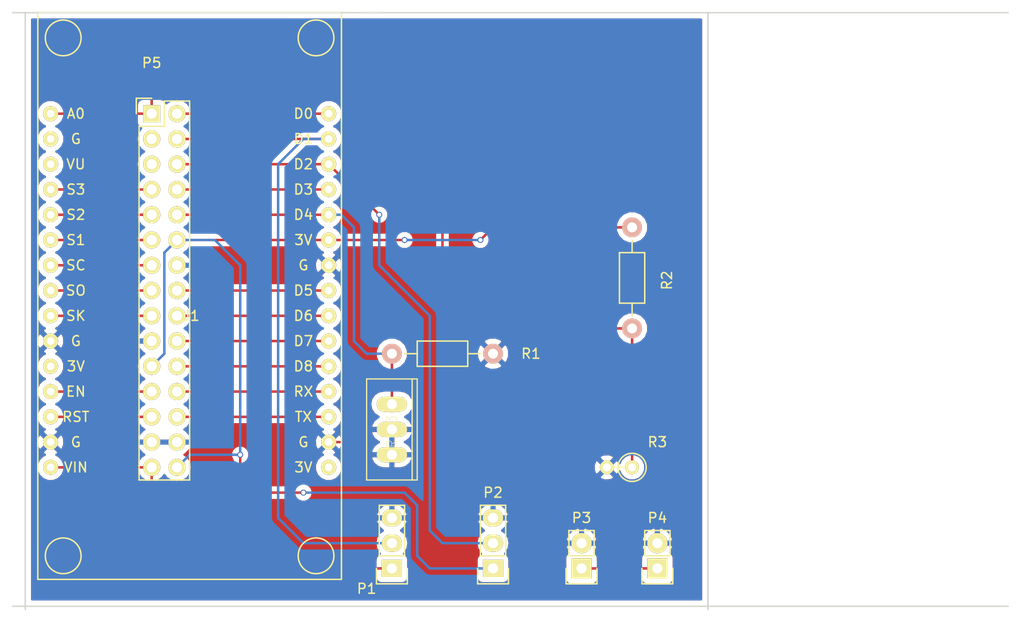
<source format=kicad_pcb>
(kicad_pcb (version 4) (host pcbnew 4.0.2+dfsg1-stable)

  (general
    (links 49)
    (no_connects 0)
    (area 13.97 12.7 116.840001 74.930001)
    (thickness 1.6)
    (drawings 10)
    (tracks 81)
    (zones 0)
    (modules 10)
    (nets 31)
  )

  (page A4)
  (layers
    (0 F.Cu signal)
    (31 B.Cu signal)
    (32 B.Adhes user)
    (33 F.Adhes user)
    (34 B.Paste user)
    (35 F.Paste user)
    (36 B.SilkS user)
    (37 F.SilkS user)
    (38 B.Mask user)
    (39 F.Mask user)
    (40 Dwgs.User user)
    (41 Cmts.User user)
    (42 Eco1.User user)
    (43 Eco2.User user)
    (44 Edge.Cuts user)
    (45 Margin user)
    (46 B.CrtYd user)
    (47 F.CrtYd user)
    (48 B.Fab user)
    (49 F.Fab user)
  )

  (setup
    (last_trace_width 0.25)
    (trace_clearance 0.2)
    (zone_clearance 0.508)
    (zone_45_only no)
    (trace_min 0.2)
    (segment_width 0.2)
    (edge_width 0.15)
    (via_size 0.6)
    (via_drill 0.4)
    (via_min_size 0.4)
    (via_min_drill 0.3)
    (uvia_size 0.3)
    (uvia_drill 0.1)
    (uvias_allowed no)
    (uvia_min_size 0.2)
    (uvia_min_drill 0.1)
    (pcb_text_width 0.3)
    (pcb_text_size 1.5 1.5)
    (mod_edge_width 0.15)
    (mod_text_size 1 1)
    (mod_text_width 0.15)
    (pad_size 1.524 1.524)
    (pad_drill 0.762)
    (pad_to_mask_clearance 0.2)
    (aux_axis_origin 0 0)
    (visible_elements FFFFFF7F)
    (pcbplotparams
      (layerselection 0x00030_80000001)
      (usegerberextensions false)
      (excludeedgelayer true)
      (linewidth 0.100000)
      (plotframeref false)
      (viasonmask false)
      (mode 1)
      (useauxorigin false)
      (hpglpennumber 1)
      (hpglpenspeed 20)
      (hpglpendiameter 15)
      (hpglpenoverlay 2)
      (psnegative false)
      (psa4output false)
      (plotreference true)
      (plotvalue true)
      (plotinvisibletext false)
      (padsonsilk false)
      (subtractmaskfromsilk false)
      (outputformat 1)
      (mirror false)
      (drillshape 1)
      (scaleselection 1)
      (outputdirectory ""))
  )

  (net 0 "")
  (net 1 +5V)
  (net 2 D1)
  (net 3 GND)
  (net 4 +3V3)
  (net 5 D2)
  (net 6 +12V)
  (net 7 A0)
  (net 8 D0)
  (net 9 "Net-(P5-Pad3)")
  (net 10 "Net-(P5-Pad5)")
  (net 11 SD3)
  (net 12 D3)
  (net 13 SD2)
  (net 14 D4)
  (net 15 SD1)
  (net 16 CMD)
  (net 17 SD0)
  (net 18 D5)
  (net 19 CLK)
  (net 20 D6)
  (net 21 D7)
  (net 22 D8)
  (net 23 EN)
  (net 24 RX)
  (net 25 RST)
  (net 26 TX)
  (net 27 "Net-(U1-Pad2)")
  (net 28 "Net-(U1-Pad3)")
  (net 29 "Net-(U1-Pad11)")
  (net 30 "Net-(U1-Pad16)")

  (net_class Default "This is the default net class."
    (clearance 0.2)
    (trace_width 0.25)
    (via_dia 0.6)
    (via_drill 0.4)
    (uvia_dia 0.3)
    (uvia_drill 0.1)
    (add_net +12V)
    (add_net +3V3)
    (add_net +5V)
    (add_net A0)
    (add_net CLK)
    (add_net CMD)
    (add_net D0)
    (add_net D1)
    (add_net D2)
    (add_net D3)
    (add_net D4)
    (add_net D5)
    (add_net D6)
    (add_net D7)
    (add_net D8)
    (add_net EN)
    (add_net GND)
    (add_net "Net-(P5-Pad3)")
    (add_net "Net-(P5-Pad5)")
    (add_net "Net-(U1-Pad11)")
    (add_net "Net-(U1-Pad16)")
    (add_net "Net-(U1-Pad2)")
    (add_net "Net-(U1-Pad3)")
    (add_net RST)
    (add_net RX)
    (add_net SD0)
    (add_net SD1)
    (add_net SD2)
    (add_net SD3)
    (add_net TX)
  )

  (module Pin_Headers:Pin_Header_Straight_1x03 (layer F.Cu) (tedit 5A43BDDB) (tstamp 5A43B752)
    (at 53.34 69.85 180)
    (descr "Through hole pin header")
    (tags "pin header")
    (path /5A438833)
    (fp_text reference P1 (at 2.54 -2.04 180) (layer F.SilkS)
      (effects (font (size 1 1) (thickness 0.15)))
    )
    (fp_text value "" (at 0 -3.1 180) (layer F.Fab)
      (effects (font (size 1 1) (thickness 0.15)))
    )
    (fp_line (start -1.75 -1.75) (end -1.75 6.85) (layer F.CrtYd) (width 0.05))
    (fp_line (start 1.75 -1.75) (end 1.75 6.85) (layer F.CrtYd) (width 0.05))
    (fp_line (start -1.75 -1.75) (end 1.75 -1.75) (layer F.CrtYd) (width 0.05))
    (fp_line (start -1.75 6.85) (end 1.75 6.85) (layer F.CrtYd) (width 0.05))
    (fp_line (start -1.27 1.27) (end -1.27 6.35) (layer F.SilkS) (width 0.15))
    (fp_line (start -1.27 6.35) (end 1.27 6.35) (layer F.SilkS) (width 0.15))
    (fp_line (start 1.27 6.35) (end 1.27 1.27) (layer F.SilkS) (width 0.15))
    (fp_line (start 1.55 -1.55) (end 1.55 0) (layer F.SilkS) (width 0.15))
    (fp_line (start 1.27 1.27) (end -1.27 1.27) (layer F.SilkS) (width 0.15))
    (fp_line (start -1.55 0) (end -1.55 -1.55) (layer F.SilkS) (width 0.15))
    (fp_line (start -1.55 -1.55) (end 1.55 -1.55) (layer F.SilkS) (width 0.15))
    (pad 1 thru_hole rect (at 0 0 180) (size 2.032 1.7272) (drill 1.016) (layers *.Cu *.Mask F.SilkS)
      (net 1 +5V))
    (pad 2 thru_hole oval (at 0 2.54 180) (size 2.032 1.7272) (drill 1.016) (layers *.Cu *.Mask F.SilkS)
      (net 2 D1))
    (pad 3 thru_hole oval (at 0 5.08 180) (size 2.032 1.7272) (drill 1.016) (layers *.Cu *.Mask F.SilkS)
      (net 3 GND))
    (model Pin_Headers.3dshapes/Pin_Header_Straight_1x03.wrl
      (at (xyz 0 -0.1 0))
      (scale (xyz 1 1 1))
      (rotate (xyz 0 0 90))
    )
  )

  (module Pin_Headers:Pin_Header_Straight_1x03 (layer F.Cu) (tedit 5A442DF3) (tstamp 5A43B759)
    (at 63.5 69.85 180)
    (descr "Through hole pin header")
    (tags "pin header")
    (path /5A43A0DA)
    (fp_text reference P2 (at 0 7.62 180) (layer F.SilkS)
      (effects (font (size 1 1) (thickness 0.15)))
    )
    (fp_text value "" (at 0 -3.1 180) (layer F.Fab)
      (effects (font (size 1 1) (thickness 0.15)))
    )
    (fp_line (start -1.75 -1.75) (end -1.75 6.85) (layer F.CrtYd) (width 0.05))
    (fp_line (start 1.75 -1.75) (end 1.75 6.85) (layer F.CrtYd) (width 0.05))
    (fp_line (start -1.75 -1.75) (end 1.75 -1.75) (layer F.CrtYd) (width 0.05))
    (fp_line (start -1.75 6.85) (end 1.75 6.85) (layer F.CrtYd) (width 0.05))
    (fp_line (start -1.27 1.27) (end -1.27 6.35) (layer F.SilkS) (width 0.15))
    (fp_line (start -1.27 6.35) (end 1.27 6.35) (layer F.SilkS) (width 0.15))
    (fp_line (start 1.27 6.35) (end 1.27 1.27) (layer F.SilkS) (width 0.15))
    (fp_line (start 1.55 -1.55) (end 1.55 0) (layer F.SilkS) (width 0.15))
    (fp_line (start 1.27 1.27) (end -1.27 1.27) (layer F.SilkS) (width 0.15))
    (fp_line (start -1.55 0) (end -1.55 -1.55) (layer F.SilkS) (width 0.15))
    (fp_line (start -1.55 -1.55) (end 1.55 -1.55) (layer F.SilkS) (width 0.15))
    (pad 1 thru_hole rect (at 0 0 180) (size 2.032 1.7272) (drill 1.016) (layers *.Cu *.Mask F.SilkS)
      (net 4 +3V3))
    (pad 2 thru_hole oval (at 0 2.54 180) (size 2.032 1.7272) (drill 1.016) (layers *.Cu *.Mask F.SilkS)
      (net 5 D2))
    (pad 3 thru_hole oval (at 0 5.08 180) (size 2.032 1.7272) (drill 1.016) (layers *.Cu *.Mask F.SilkS)
      (net 3 GND))
    (model Pin_Headers.3dshapes/Pin_Header_Straight_1x03.wrl
      (at (xyz 0 -0.1 0))
      (scale (xyz 1 1 1))
      (rotate (xyz 0 0 90))
    )
  )

  (module Pin_Headers:Pin_Header_Straight_1x02 (layer F.Cu) (tedit 5A442DE4) (tstamp 5A43B75F)
    (at 72.39 69.85 180)
    (descr "Through hole pin header")
    (tags "pin header")
    (path /5A43A2B7)
    (fp_text reference P3 (at 0 5.08 180) (layer F.SilkS)
      (effects (font (size 1 1) (thickness 0.15)))
    )
    (fp_text value "" (at 0 -3.1 180) (layer F.Fab)
      (effects (font (size 1 1) (thickness 0.15)))
    )
    (fp_line (start 1.27 1.27) (end 1.27 3.81) (layer F.SilkS) (width 0.15))
    (fp_line (start 1.55 -1.55) (end 1.55 0) (layer F.SilkS) (width 0.15))
    (fp_line (start -1.75 -1.75) (end -1.75 4.3) (layer F.CrtYd) (width 0.05))
    (fp_line (start 1.75 -1.75) (end 1.75 4.3) (layer F.CrtYd) (width 0.05))
    (fp_line (start -1.75 -1.75) (end 1.75 -1.75) (layer F.CrtYd) (width 0.05))
    (fp_line (start -1.75 4.3) (end 1.75 4.3) (layer F.CrtYd) (width 0.05))
    (fp_line (start 1.27 1.27) (end -1.27 1.27) (layer F.SilkS) (width 0.15))
    (fp_line (start -1.55 0) (end -1.55 -1.55) (layer F.SilkS) (width 0.15))
    (fp_line (start -1.55 -1.55) (end 1.55 -1.55) (layer F.SilkS) (width 0.15))
    (fp_line (start -1.27 1.27) (end -1.27 3.81) (layer F.SilkS) (width 0.15))
    (fp_line (start -1.27 3.81) (end 1.27 3.81) (layer F.SilkS) (width 0.15))
    (pad 1 thru_hole rect (at 0 0 180) (size 2.032 2.032) (drill 1.016) (layers *.Cu *.Mask F.SilkS)
      (net 6 +12V))
    (pad 2 thru_hole oval (at 0 2.54 180) (size 2.032 2.032) (drill 1.016) (layers *.Cu *.Mask F.SilkS)
      (net 3 GND))
    (model Pin_Headers.3dshapes/Pin_Header_Straight_1x02.wrl
      (at (xyz 0 -0.05 0))
      (scale (xyz 1 1 1))
      (rotate (xyz 0 0 90))
    )
  )

  (module Pin_Headers:Pin_Header_Straight_1x02 (layer F.Cu) (tedit 5A442DDF) (tstamp 5A43B765)
    (at 80.01 69.85 180)
    (descr "Through hole pin header")
    (tags "pin header")
    (path /5A43CABF)
    (fp_text reference P4 (at 0 5.08 180) (layer F.SilkS)
      (effects (font (size 1 1) (thickness 0.15)))
    )
    (fp_text value "" (at 0 -3.1 180) (layer F.Fab)
      (effects (font (size 1 1) (thickness 0.15)))
    )
    (fp_line (start 1.27 1.27) (end 1.27 3.81) (layer F.SilkS) (width 0.15))
    (fp_line (start 1.55 -1.55) (end 1.55 0) (layer F.SilkS) (width 0.15))
    (fp_line (start -1.75 -1.75) (end -1.75 4.3) (layer F.CrtYd) (width 0.05))
    (fp_line (start 1.75 -1.75) (end 1.75 4.3) (layer F.CrtYd) (width 0.05))
    (fp_line (start -1.75 -1.75) (end 1.75 -1.75) (layer F.CrtYd) (width 0.05))
    (fp_line (start -1.75 4.3) (end 1.75 4.3) (layer F.CrtYd) (width 0.05))
    (fp_line (start 1.27 1.27) (end -1.27 1.27) (layer F.SilkS) (width 0.15))
    (fp_line (start -1.55 0) (end -1.55 -1.55) (layer F.SilkS) (width 0.15))
    (fp_line (start -1.55 -1.55) (end 1.55 -1.55) (layer F.SilkS) (width 0.15))
    (fp_line (start -1.27 1.27) (end -1.27 3.81) (layer F.SilkS) (width 0.15))
    (fp_line (start -1.27 3.81) (end 1.27 3.81) (layer F.SilkS) (width 0.15))
    (pad 1 thru_hole rect (at 0 0 180) (size 2.032 2.032) (drill 1.016) (layers *.Cu *.Mask F.SilkS)
      (net 6 +12V))
    (pad 2 thru_hole oval (at 0 2.54 180) (size 2.032 2.032) (drill 1.016) (layers *.Cu *.Mask F.SilkS)
      (net 3 GND))
    (model Pin_Headers.3dshapes/Pin_Header_Straight_1x02.wrl
      (at (xyz 0 -0.05 0))
      (scale (xyz 1 1 1))
      (rotate (xyz 0 0 90))
    )
  )

  (module Pin_Headers:Pin_Header_Straight_2x15 (layer F.Cu) (tedit 5A43BD75) (tstamp 5A43B787)
    (at 29.21 24.13)
    (descr "Through hole pin header")
    (tags "pin header")
    (path /5A43A507)
    (fp_text reference P5 (at 0 -5.1) (layer F.SilkS)
      (effects (font (size 1 1) (thickness 0.15)))
    )
    (fp_text value "" (at 0 -3.1) (layer F.Fab)
      (effects (font (size 1 1) (thickness 0.15)))
    )
    (fp_line (start -1.75 -1.75) (end -1.75 37.35) (layer F.CrtYd) (width 0.05))
    (fp_line (start 4.3 -1.75) (end 4.3 37.35) (layer F.CrtYd) (width 0.05))
    (fp_line (start -1.75 -1.75) (end 4.3 -1.75) (layer F.CrtYd) (width 0.05))
    (fp_line (start -1.75 37.35) (end 4.3 37.35) (layer F.CrtYd) (width 0.05))
    (fp_line (start 3.81 36.83) (end 3.81 -1.27) (layer F.SilkS) (width 0.15))
    (fp_line (start -1.27 1.27) (end -1.27 36.83) (layer F.SilkS) (width 0.15))
    (fp_line (start 3.81 36.83) (end -1.27 36.83) (layer F.SilkS) (width 0.15))
    (fp_line (start 3.81 -1.27) (end 1.27 -1.27) (layer F.SilkS) (width 0.15))
    (fp_line (start 0 -1.55) (end -1.55 -1.55) (layer F.SilkS) (width 0.15))
    (fp_line (start 1.27 -1.27) (end 1.27 1.27) (layer F.SilkS) (width 0.15))
    (fp_line (start 1.27 1.27) (end -1.27 1.27) (layer F.SilkS) (width 0.15))
    (fp_line (start -1.55 -1.55) (end -1.55 0) (layer F.SilkS) (width 0.15))
    (pad 1 thru_hole rect (at 0 0) (size 1.7272 1.7272) (drill 1.016) (layers *.Cu *.Mask F.SilkS)
      (net 7 A0))
    (pad 2 thru_hole oval (at 2.54 0) (size 1.7272 1.7272) (drill 1.016) (layers *.Cu *.Mask F.SilkS)
      (net 8 D0))
    (pad 3 thru_hole oval (at 0 2.54) (size 1.7272 1.7272) (drill 1.016) (layers *.Cu *.Mask F.SilkS)
      (net 9 "Net-(P5-Pad3)"))
    (pad 4 thru_hole oval (at 2.54 2.54) (size 1.7272 1.7272) (drill 1.016) (layers *.Cu *.Mask F.SilkS)
      (net 2 D1))
    (pad 5 thru_hole oval (at 0 5.08) (size 1.7272 1.7272) (drill 1.016) (layers *.Cu *.Mask F.SilkS)
      (net 10 "Net-(P5-Pad5)"))
    (pad 6 thru_hole oval (at 2.54 5.08) (size 1.7272 1.7272) (drill 1.016) (layers *.Cu *.Mask F.SilkS)
      (net 5 D2))
    (pad 7 thru_hole oval (at 0 7.62) (size 1.7272 1.7272) (drill 1.016) (layers *.Cu *.Mask F.SilkS)
      (net 11 SD3))
    (pad 8 thru_hole oval (at 2.54 7.62) (size 1.7272 1.7272) (drill 1.016) (layers *.Cu *.Mask F.SilkS)
      (net 12 D3))
    (pad 9 thru_hole oval (at 0 10.16) (size 1.7272 1.7272) (drill 1.016) (layers *.Cu *.Mask F.SilkS)
      (net 13 SD2))
    (pad 10 thru_hole oval (at 2.54 10.16) (size 1.7272 1.7272) (drill 1.016) (layers *.Cu *.Mask F.SilkS)
      (net 14 D4))
    (pad 11 thru_hole oval (at 0 12.7) (size 1.7272 1.7272) (drill 1.016) (layers *.Cu *.Mask F.SilkS)
      (net 15 SD1))
    (pad 12 thru_hole oval (at 2.54 12.7) (size 1.7272 1.7272) (drill 1.016) (layers *.Cu *.Mask F.SilkS)
      (net 4 +3V3))
    (pad 13 thru_hole oval (at 0 15.24) (size 1.7272 1.7272) (drill 1.016) (layers *.Cu *.Mask F.SilkS)
      (net 16 CMD))
    (pad 14 thru_hole oval (at 2.54 15.24) (size 1.7272 1.7272) (drill 1.016) (layers *.Cu *.Mask F.SilkS)
      (net 3 GND))
    (pad 15 thru_hole oval (at 0 17.78) (size 1.7272 1.7272) (drill 1.016) (layers *.Cu *.Mask F.SilkS)
      (net 17 SD0))
    (pad 16 thru_hole oval (at 2.54 17.78) (size 1.7272 1.7272) (drill 1.016) (layers *.Cu *.Mask F.SilkS)
      (net 18 D5))
    (pad 17 thru_hole oval (at 0 20.32) (size 1.7272 1.7272) (drill 1.016) (layers *.Cu *.Mask F.SilkS)
      (net 19 CLK))
    (pad 18 thru_hole oval (at 2.54 20.32) (size 1.7272 1.7272) (drill 1.016) (layers *.Cu *.Mask F.SilkS)
      (net 20 D6))
    (pad 19 thru_hole oval (at 0 22.86) (size 1.7272 1.7272) (drill 1.016) (layers *.Cu *.Mask F.SilkS)
      (net 3 GND))
    (pad 20 thru_hole oval (at 2.54 22.86) (size 1.7272 1.7272) (drill 1.016) (layers *.Cu *.Mask F.SilkS)
      (net 21 D7))
    (pad 21 thru_hole oval (at 0 25.4) (size 1.7272 1.7272) (drill 1.016) (layers *.Cu *.Mask F.SilkS)
      (net 4 +3V3))
    (pad 22 thru_hole oval (at 2.54 25.4) (size 1.7272 1.7272) (drill 1.016) (layers *.Cu *.Mask F.SilkS)
      (net 22 D8))
    (pad 23 thru_hole oval (at 0 27.94) (size 1.7272 1.7272) (drill 1.016) (layers *.Cu *.Mask F.SilkS)
      (net 23 EN))
    (pad 24 thru_hole oval (at 2.54 27.94) (size 1.7272 1.7272) (drill 1.016) (layers *.Cu *.Mask F.SilkS)
      (net 24 RX))
    (pad 25 thru_hole oval (at 0 30.48) (size 1.7272 1.7272) (drill 1.016) (layers *.Cu *.Mask F.SilkS)
      (net 25 RST))
    (pad 26 thru_hole oval (at 2.54 30.48) (size 1.7272 1.7272) (drill 1.016) (layers *.Cu *.Mask F.SilkS)
      (net 26 TX))
    (pad 27 thru_hole oval (at 0 33.02) (size 1.7272 1.7272) (drill 1.016) (layers *.Cu *.Mask F.SilkS)
      (net 3 GND))
    (pad 28 thru_hole oval (at 2.54 33.02) (size 1.7272 1.7272) (drill 1.016) (layers *.Cu *.Mask F.SilkS)
      (net 3 GND))
    (pad 29 thru_hole oval (at 0 35.56) (size 1.7272 1.7272) (drill 1.016) (layers *.Cu *.Mask F.SilkS)
      (net 1 +5V))
    (pad 30 thru_hole oval (at 2.54 35.56) (size 1.7272 1.7272) (drill 1.016) (layers *.Cu *.Mask F.SilkS)
      (net 4 +3V3))
    (model Pin_Headers.3dshapes/Pin_Header_Straight_2x15.wrl
      (at (xyz 0.05 -0.7 0))
      (scale (xyz 1 1 1))
      (rotate (xyz 0 0 90))
    )
  )

  (module Resistors_ThroughHole:Resistor_Horizontal_RM10mm (layer F.Cu) (tedit 5A43BDA8) (tstamp 5A43B78D)
    (at 53.34 48.26)
    (descr "Resistor, Axial,  RM 10mm, 1/3W")
    (tags "Resistor Axial RM 10mm 1/3W")
    (path /5A439E88)
    (fp_text reference R1 (at 13.97 0) (layer F.SilkS)
      (effects (font (size 1 1) (thickness 0.15)))
    )
    (fp_text value 10k (at 6.35 2.54) (layer F.Fab)
      (effects (font (size 1 1) (thickness 0.15)))
    )
    (fp_line (start -1.25 -1.5) (end 11.4 -1.5) (layer F.CrtYd) (width 0.05))
    (fp_line (start -1.25 1.5) (end -1.25 -1.5) (layer F.CrtYd) (width 0.05))
    (fp_line (start 11.4 -1.5) (end 11.4 1.5) (layer F.CrtYd) (width 0.05))
    (fp_line (start -1.25 1.5) (end 11.4 1.5) (layer F.CrtYd) (width 0.05))
    (fp_line (start 2.54 -1.27) (end 7.62 -1.27) (layer F.SilkS) (width 0.15))
    (fp_line (start 7.62 -1.27) (end 7.62 1.27) (layer F.SilkS) (width 0.15))
    (fp_line (start 7.62 1.27) (end 2.54 1.27) (layer F.SilkS) (width 0.15))
    (fp_line (start 2.54 1.27) (end 2.54 -1.27) (layer F.SilkS) (width 0.15))
    (fp_line (start 2.54 0) (end 1.27 0) (layer F.SilkS) (width 0.15))
    (fp_line (start 7.62 0) (end 8.89 0) (layer F.SilkS) (width 0.15))
    (pad 1 thru_hole circle (at 0 0) (size 1.99898 1.99898) (drill 1.00076) (layers *.Cu *.SilkS *.Mask)
      (net 14 D4))
    (pad 2 thru_hole circle (at 10.16 0) (size 1.99898 1.99898) (drill 1.00076) (layers *.Cu *.SilkS *.Mask)
      (net 3 GND))
    (model Resistors_ThroughHole.3dshapes/Resistor_Horizontal_RM10mm.wrl
      (at (xyz 0 0 0))
      (scale (xyz 0.4 0.4 0.4))
      (rotate (xyz 0 0 0))
    )
  )

  (module Resistors_ThroughHole:Resistor_Horizontal_RM10mm (layer F.Cu) (tedit 5A442DCA) (tstamp 5A43B793)
    (at 77.47 35.56 270)
    (descr "Resistor, Axial,  RM 10mm, 1/3W")
    (tags "Resistor Axial RM 10mm 1/3W")
    (path /5A4392E5)
    (fp_text reference R2 (at 5.32892 -3.50012 270) (layer F.SilkS)
      (effects (font (size 1 1) (thickness 0.15)))
    )
    (fp_text value 10k (at 5.08 2.54 270) (layer F.Fab)
      (effects (font (size 1 1) (thickness 0.15)))
    )
    (fp_line (start -1.25 -1.5) (end 11.4 -1.5) (layer F.CrtYd) (width 0.05))
    (fp_line (start -1.25 1.5) (end -1.25 -1.5) (layer F.CrtYd) (width 0.05))
    (fp_line (start 11.4 -1.5) (end 11.4 1.5) (layer F.CrtYd) (width 0.05))
    (fp_line (start -1.25 1.5) (end 11.4 1.5) (layer F.CrtYd) (width 0.05))
    (fp_line (start 2.54 -1.27) (end 7.62 -1.27) (layer F.SilkS) (width 0.15))
    (fp_line (start 7.62 -1.27) (end 7.62 1.27) (layer F.SilkS) (width 0.15))
    (fp_line (start 7.62 1.27) (end 2.54 1.27) (layer F.SilkS) (width 0.15))
    (fp_line (start 2.54 1.27) (end 2.54 -1.27) (layer F.SilkS) (width 0.15))
    (fp_line (start 2.54 0) (end 1.27 0) (layer F.SilkS) (width 0.15))
    (fp_line (start 7.62 0) (end 8.89 0) (layer F.SilkS) (width 0.15))
    (pad 1 thru_hole circle (at 0 0 270) (size 1.99898 1.99898) (drill 1.00076) (layers *.Cu *.SilkS *.Mask)
      (net 4 +3V3))
    (pad 2 thru_hole circle (at 10.16 0 270) (size 1.99898 1.99898) (drill 1.00076) (layers *.Cu *.SilkS *.Mask)
      (net 7 A0))
    (model Resistors_ThroughHole.3dshapes/Resistor_Horizontal_RM10mm.wrl
      (at (xyz 0 0 0))
      (scale (xyz 0.4 0.4 0.4))
      (rotate (xyz 0 0 0))
    )
  )

  (module Discret:R1 (layer F.Cu) (tedit 5A442DF9) (tstamp 5A43B799)
    (at 76.2 59.69 180)
    (descr "Resistance verticale")
    (tags R)
    (path /5A438DAB)
    (fp_text reference R3 (at -3.81 2.54 180) (layer F.SilkS)
      (effects (font (size 1 1) (thickness 0.15)))
    )
    (fp_text value LDR (at -5.08 0 180) (layer F.Fab)
      (effects (font (size 1 1) (thickness 0.15)))
    )
    (fp_line (start -1.27 0) (end 1.27 0) (layer F.SilkS) (width 0.15))
    (fp_circle (center -1.27 0) (end -0.635 1.27) (layer F.SilkS) (width 0.15))
    (pad 1 thru_hole circle (at -1.27 0 180) (size 1.397 1.397) (drill 0.8128) (layers *.Cu *.Mask F.SilkS)
      (net 7 A0))
    (pad 2 thru_hole circle (at 1.27 0 180) (size 1.397 1.397) (drill 0.8128) (layers *.Cu *.Mask F.SilkS)
      (net 3 GND))
    (model Discret.3dshapes/R1.wrl
      (at (xyz 0 0 0))
      (scale (xyz 1 1 1))
      (rotate (xyz 0 0 0))
    )
  )

  (module "IRLZ34:TO-220(2)" (layer F.Cu) (tedit 0) (tstamp 5A43B87E)
    (at 53.34 55.88 270)
    (path /5A438394)
    (solder_mask_margin 0.1)
    (fp_text reference U2 (at 0 0 270) (layer F.SilkS)
      (effects (font (size 1 0.9) (thickness 0.05)))
    )
    (fp_text value IRLZ34 (at 0 0 270) (layer F.SilkS)
      (effects (font (size 1 0.9) (thickness 0.05)))
    )
    (fp_line (start -5.08 -2.54) (end 5.08 -2.54) (layer F.SilkS) (width 0.127))
    (fp_line (start 5.08 -2.54) (end 5.08 -2.032) (layer F.SilkS) (width 0.127))
    (fp_line (start 5.08 -2.032) (end 5.08 2.54) (layer F.SilkS) (width 0.127))
    (fp_line (start 5.08 2.54) (end -5.08 2.54) (layer F.SilkS) (width 0.127))
    (fp_line (start -5.08 2.54) (end -5.08 -2.032) (layer F.SilkS) (width 0.127))
    (fp_line (start -5.08 -2.032) (end -5.08 -2.54) (layer F.SilkS) (width 0.127))
    (fp_line (start -5.08 -2.032) (end 5.08 -2.032) (layer F.SilkS) (width 0.127))
    (pad IN thru_hole oval (at -2.54 0) (size 3.048 1.524) (drill 1.016) (layers *.Cu *.Mask F.SilkS)
      (net 14 D4) (solder_mask_margin 0.2))
    (pad GND thru_hole oval (at 0 0) (size 3.048 1.524) (drill 1.016) (layers *.Cu *.Mask F.SilkS)
      (net 3 GND) (solder_mask_margin 0.2))
    (pad OUT thru_hole oval (at 2.54 0) (size 3.048 1.524) (drill 1.016) (layers *.Cu *.Mask F.SilkS)
      (net 3 GND) (solder_mask_margin 0.2))
  )

  (module "ESP8266:NodeMCU1.0(12-E)" (layer F.Cu) (tedit 5A43BD6D) (tstamp 5A43B997)
    (at 33.02 44.45)
    (path /5A438363)
    (fp_text reference U1 (at 0 0) (layer F.SilkS)
      (effects (font (size 1 1) (thickness 0.15)))
    )
    (fp_text value "" (at 0 -29.21) (layer F.Fab)
      (effects (font (size 1 1) (thickness 0.15)))
    )
    (fp_text user VIN (at -11.43 15.24) (layer F.SilkS)
      (effects (font (size 1 1) (thickness 0.15)))
    )
    (fp_text user G (at -11.43 12.7) (layer F.SilkS)
      (effects (font (size 1 1) (thickness 0.15)))
    )
    (fp_text user RST (at -11.43 10.16) (layer F.SilkS)
      (effects (font (size 1 1) (thickness 0.15)))
    )
    (fp_text user EN (at -11.43 7.62) (layer F.SilkS)
      (effects (font (size 1 1) (thickness 0.15)))
    )
    (fp_text user 3V (at -11.43 5.08) (layer F.SilkS)
      (effects (font (size 1 1) (thickness 0.15)))
    )
    (fp_text user G (at -11.43 2.54) (layer F.SilkS)
      (effects (font (size 1 1) (thickness 0.15)))
    )
    (fp_text user SK (at -11.43 0) (layer F.SilkS)
      (effects (font (size 1 1) (thickness 0.15)))
    )
    (fp_text user SO (at -11.43 -2.54) (layer F.SilkS)
      (effects (font (size 1 1) (thickness 0.15)))
    )
    (fp_text user SC (at -11.43 -5.08) (layer F.SilkS)
      (effects (font (size 1 1) (thickness 0.15)))
    )
    (fp_text user S1 (at -11.43 -7.62) (layer F.SilkS)
      (effects (font (size 1 1) (thickness 0.15)))
    )
    (fp_text user S2 (at -11.43 -10.16) (layer F.SilkS)
      (effects (font (size 1 1) (thickness 0.15)))
    )
    (fp_text user S3 (at -11.43 -12.7) (layer F.SilkS)
      (effects (font (size 1 1) (thickness 0.15)))
    )
    (fp_text user VU (at -11.43 -15.24) (layer F.SilkS)
      (effects (font (size 1 1) (thickness 0.15)))
    )
    (fp_text user G (at -11.43 -17.78) (layer F.SilkS)
      (effects (font (size 1 1) (thickness 0.15)))
    )
    (fp_text user A0 (at -11.43 -20.32) (layer F.SilkS)
      (effects (font (size 1 1) (thickness 0.15)))
    )
    (fp_text user 3V (at 11.43 15.24) (layer F.SilkS)
      (effects (font (size 1 1) (thickness 0.15)))
    )
    (fp_text user G (at 11.43 12.7) (layer F.SilkS)
      (effects (font (size 1 1) (thickness 0.15)))
    )
    (fp_text user TX (at 11.43 10.16) (layer F.SilkS)
      (effects (font (size 1 1) (thickness 0.15)))
    )
    (fp_text user RX (at 11.43 7.62) (layer F.SilkS)
      (effects (font (size 1 1) (thickness 0.15)))
    )
    (fp_text user D8 (at 11.43 5.08) (layer F.SilkS)
      (effects (font (size 1 1) (thickness 0.15)))
    )
    (fp_text user D7 (at 11.43 2.54) (layer F.SilkS)
      (effects (font (size 1 1) (thickness 0.15)))
    )
    (fp_text user D6 (at 11.43 0) (layer F.SilkS)
      (effects (font (size 1 1) (thickness 0.15)))
    )
    (fp_text user D5 (at 11.43 -2.54) (layer F.SilkS)
      (effects (font (size 1 1) (thickness 0.15)))
    )
    (fp_text user G (at 11.43 -5.08) (layer F.SilkS)
      (effects (font (size 1 1) (thickness 0.15)))
    )
    (fp_text user 3V (at 11.43 -7.62) (layer F.SilkS)
      (effects (font (size 1 1) (thickness 0.15)))
    )
    (fp_text user D4 (at 11.43 -10.16) (layer F.SilkS)
      (effects (font (size 1 1) (thickness 0.15)))
    )
    (fp_text user D3 (at 11.43 -12.7) (layer F.SilkS)
      (effects (font (size 1 1) (thickness 0.15)))
    )
    (fp_text user D2 (at 11.43 -15.24) (layer F.SilkS)
      (effects (font (size 1 1) (thickness 0.15)))
    )
    (fp_text user D1 (at 11.43 -17.78) (layer F.SilkS)
      (effects (font (size 1 1) (thickness 0.15)))
    )
    (fp_text user D0 (at 11.43 -20.32) (layer F.SilkS)
      (effects (font (size 1 1) (thickness 0.15)))
    )
    (fp_circle (center 12.7 24.13) (end 13.97 22.86) (layer F.SilkS) (width 0.15))
    (fp_circle (center -12.7 24.13) (end -11.43 22.86) (layer F.SilkS) (width 0.15))
    (fp_circle (center -12.7 -27.94) (end -11.43 -29.21) (layer F.SilkS) (width 0.15))
    (fp_circle (center 12.7 -27.94) (end 13.97 -29.21) (layer F.SilkS) (width 0.15))
    (fp_line (start 15.25 -30.5) (end -14.75 -30.5) (layer F.SilkS) (width 0.15))
    (fp_line (start -14.75 -30.5) (end -15.25 -30.5) (layer F.SilkS) (width 0.15))
    (fp_line (start -15.25 -30.5) (end -15.25 26.5) (layer F.SilkS) (width 0.15))
    (fp_line (start -15.25 26.5) (end 15.25 26.5) (layer F.SilkS) (width 0.15))
    (fp_line (start 15.25 26.5) (end 15.25 -30.5) (layer F.SilkS) (width 0.15))
    (pad 1 thru_hole circle (at -13.97 -20.32) (size 1.524 1.524) (drill 0.762) (layers *.Cu *.Mask F.SilkS)
      (net 7 A0))
    (pad 2 thru_hole circle (at -13.97 -17.78) (size 1.524 1.524) (drill 0.762) (layers *.Cu *.Mask F.SilkS)
      (net 27 "Net-(U1-Pad2)"))
    (pad 3 thru_hole circle (at -13.97 -15.24) (size 1.524 1.524) (drill 0.762) (layers *.Cu *.Mask F.SilkS)
      (net 28 "Net-(U1-Pad3)"))
    (pad 4 thru_hole circle (at -13.97 -12.7) (size 1.524 1.524) (drill 0.762) (layers *.Cu *.Mask F.SilkS)
      (net 11 SD3))
    (pad 5 thru_hole circle (at -13.97 -10.16) (size 1.524 1.524) (drill 0.762) (layers *.Cu *.Mask F.SilkS)
      (net 13 SD2))
    (pad 6 thru_hole circle (at -13.97 -7.62) (size 1.524 1.524) (drill 0.762) (layers *.Cu *.Mask F.SilkS)
      (net 15 SD1))
    (pad 7 thru_hole circle (at -13.97 -5.08) (size 1.524 1.524) (drill 0.762) (layers *.Cu *.Mask F.SilkS)
      (net 16 CMD))
    (pad 8 thru_hole circle (at -13.97 -2.54) (size 1.524 1.524) (drill 0.762) (layers *.Cu *.Mask F.SilkS)
      (net 17 SD0))
    (pad 9 thru_hole circle (at -13.97 0) (size 1.524 1.524) (drill 0.762) (layers *.Cu *.Mask F.SilkS)
      (net 19 CLK))
    (pad 10 thru_hole circle (at -13.97 2.54) (size 1.524 1.524) (drill 0.762) (layers *.Cu *.Mask F.SilkS)
      (net 3 GND))
    (pad 11 thru_hole circle (at -13.97 5.08) (size 1.524 1.524) (drill 0.762) (layers *.Cu *.Mask F.SilkS)
      (net 29 "Net-(U1-Pad11)"))
    (pad 12 thru_hole circle (at -13.97 7.62) (size 1.524 1.524) (drill 0.762) (layers *.Cu *.Mask F.SilkS)
      (net 23 EN))
    (pad 13 thru_hole circle (at -13.97 10.16) (size 1.524 1.524) (drill 0.762) (layers *.Cu *.Mask F.SilkS)
      (net 25 RST))
    (pad 14 thru_hole circle (at -13.97 12.7) (size 1.524 1.524) (drill 0.762) (layers *.Cu *.Mask F.SilkS)
      (net 3 GND))
    (pad 15 thru_hole circle (at -13.97 15.24) (size 1.524 1.524) (drill 0.762) (layers *.Cu *.Mask F.SilkS)
      (net 1 +5V))
    (pad 16 thru_hole circle (at 13.97 15.24) (size 1.524 1.524) (drill 0.762) (layers *.Cu *.Mask F.SilkS)
      (net 30 "Net-(U1-Pad16)"))
    (pad 17 thru_hole circle (at 13.97 12.7) (size 1.524 1.524) (drill 0.762) (layers *.Cu *.Mask F.SilkS)
      (net 3 GND))
    (pad 18 thru_hole circle (at 13.97 10.16) (size 1.524 1.524) (drill 0.762) (layers *.Cu *.Mask F.SilkS)
      (net 26 TX))
    (pad 19 thru_hole circle (at 13.97 7.62) (size 1.524 1.524) (drill 0.762) (layers *.Cu *.Mask F.SilkS)
      (net 24 RX))
    (pad 20 thru_hole circle (at 13.97 5.08) (size 1.524 1.524) (drill 0.762) (layers *.Cu *.Mask F.SilkS)
      (net 22 D8))
    (pad 21 thru_hole circle (at 13.97 2.54) (size 1.524 1.524) (drill 0.762) (layers *.Cu *.Mask F.SilkS)
      (net 21 D7))
    (pad 22 thru_hole circle (at 13.97 0) (size 1.524 1.524) (drill 0.762) (layers *.Cu *.Mask F.SilkS)
      (net 20 D6))
    (pad 23 thru_hole circle (at 13.97 -2.54) (size 1.524 1.524) (drill 0.762) (layers *.Cu *.Mask F.SilkS)
      (net 18 D5))
    (pad 24 thru_hole circle (at 13.97 -5.08) (size 1.524 1.524) (drill 0.762) (layers *.Cu *.Mask F.SilkS)
      (net 3 GND))
    (pad 25 thru_hole circle (at 13.97 -7.62) (size 1.524 1.524) (drill 0.762) (layers *.Cu *.Mask F.SilkS)
      (net 4 +3V3))
    (pad 26 thru_hole circle (at 13.97 -10.16) (size 1.524 1.524) (drill 0.762) (layers *.Cu *.Mask F.SilkS)
      (net 14 D4))
    (pad 27 thru_hole circle (at 13.97 -12.7) (size 1.524 1.524) (drill 0.762) (layers *.Cu *.Mask F.SilkS)
      (net 12 D3))
    (pad 28 thru_hole circle (at 13.97 -15.24) (size 1.524 1.524) (drill 0.762) (layers *.Cu *.Mask F.SilkS)
      (net 5 D2))
    (pad 29 thru_hole circle (at 13.97 -17.78) (size 1.524 1.524) (drill 0.762) (layers *.Cu *.Mask F.SilkS)
      (net 2 D1))
    (pad 30 thru_hole circle (at 13.97 -20.32) (size 1.524 1.524) (drill 0.762) (layers *.Cu *.Mask F.SilkS)
      (net 8 D0))
  )

  (gr_text 12V (at 82.55 69.85 90) (layer Eco2.User)
    (effects (font (size 1 1) (thickness 0.1)))
  )
  (gr_text "3.3V\n" (at 67.31 71.12) (layer Eco2.User)
    (effects (font (size 1 1) (thickness 0.1)))
  )
  (gr_text "5V\n\n" (at 57.15 72.39) (layer Eco2.User)
    (effects (font (size 1 1) (thickness 0.1)))
  )
  (gr_text "Rev 0.1\n" (at 22.86 71.12) (layer Eco2.User)
    (effects (font (size 1.5 1.5) (thickness 0.3)))
  )
  (gr_text "Board design by CodingSpiderFox\nLicense: CERN OHL v1.2" (at 71.12 16.51) (layer Eco2.User)
    (effects (font (size 1 1) (thickness 0.1)))
  )
  (gr_line (start 85.09 13.97) (end 85.09 73.97) (angle 90) (layer Edge.Cuts) (width 0.15) (tstamp 5A43B726))
  (gr_line (start 15.24 73.66) (end 115.24 73.66) (angle 90) (layer Edge.Cuts) (width 0.15) (tstamp 5A43B719))
  (gr_line (start 52.07 13.97) (end 50.8 13.97) (angle 90) (layer Edge.Cuts) (width 0.15))
  (gr_line (start 15.24 13.97) (end 115.24 13.97) (angle 90) (layer Edge.Cuts) (width 0.15))
  (gr_line (start 16.51 13.97) (end 16.51 73.97) (angle 90) (layer Edge.Cuts) (width 0.15))

  (segment (start 29.21 59.69) (end 29.21 64.77) (width 0.25) (layer F.Cu) (net 1))
  (segment (start 34.29 69.85) (end 53.34 69.85) (width 0.25) (layer F.Cu) (net 1) (tstamp 5A43BAAD))
  (segment (start 29.21 64.77) (end 34.29 69.85) (width 0.25) (layer F.Cu) (net 1) (tstamp 5A43BAAB))
  (segment (start 19.05 59.69) (end 29.21 59.69) (width 0.25) (layer F.Cu) (net 1))
  (segment (start 53.34 67.31) (end 44.45 67.31) (width 0.25) (layer B.Cu) (net 2))
  (segment (start 44.45 26.67) (end 46.99 26.67) (width 0.25) (layer B.Cu) (net 2) (tstamp 5A43BBDD))
  (segment (start 41.91 29.21) (end 44.45 26.67) (width 0.25) (layer B.Cu) (net 2) (tstamp 5A43BBD9))
  (segment (start 41.91 64.77) (end 41.91 29.21) (width 0.25) (layer B.Cu) (net 2) (tstamp 5A43BBD1))
  (segment (start 44.45 67.31) (end 41.91 64.77) (width 0.25) (layer B.Cu) (net 2) (tstamp 5A43BBC4))
  (segment (start 31.75 26.67) (end 46.99 26.67) (width 0.25) (layer F.Cu) (net 2))
  (segment (start 46.99 57.15) (end 49.53 57.15) (width 0.25) (layer F.Cu) (net 3))
  (segment (start 49.53 57.15) (end 50.8 55.88) (width 0.25) (layer F.Cu) (net 3) (tstamp 5A43BAC0))
  (segment (start 50.8 55.88) (end 53.34 55.88) (width 0.25) (layer F.Cu) (net 3) (tstamp 5A43BAC2))
  (segment (start 50.8 58.42) (end 53.34 58.42) (width 0.25) (layer F.Cu) (net 3) (tstamp 5A43BABC))
  (segment (start 49.53 57.15) (end 50.8 58.42) (width 0.25) (layer F.Cu) (net 3) (tstamp 5A43BABA))
  (segment (start 38.1 58.42) (end 33.02 58.42) (width 0.25) (layer B.Cu) (net 4))
  (segment (start 33.02 58.42) (end 31.75 59.69) (width 0.25) (layer B.Cu) (net 4) (tstamp 5A43BC66))
  (segment (start 31.75 36.83) (end 30.48 38.1) (width 0.25) (layer B.Cu) (net 4))
  (segment (start 30.48 48.26) (end 29.21 49.53) (width 0.25) (layer B.Cu) (net 4) (tstamp 5A43BC47))
  (segment (start 30.48 38.1) (end 30.48 48.26) (width 0.25) (layer B.Cu) (net 4) (tstamp 5A43BC46))
  (segment (start 63.5 69.85) (end 57.15 69.85) (width 0.25) (layer B.Cu) (net 4))
  (segment (start 35.56 36.83) (end 31.75 36.83) (width 0.25) (layer B.Cu) (net 4) (tstamp 5A43BC2D))
  (segment (start 38.1 39.37) (end 35.56 36.83) (width 0.25) (layer B.Cu) (net 4) (tstamp 5A43BC26))
  (segment (start 38.1 58.42) (end 38.1 39.37) (width 0.25) (layer B.Cu) (net 4) (tstamp 5A43BC25))
  (via (at 38.1 58.42) (size 0.6) (drill 0.4) (layers F.Cu B.Cu) (net 4))
  (segment (start 38.1 60.96) (end 38.1 58.42) (width 0.25) (layer F.Cu) (net 4) (tstamp 5A43BC20))
  (segment (start 39.37 62.23) (end 38.1 60.96) (width 0.25) (layer F.Cu) (net 4) (tstamp 5A43BC1F))
  (segment (start 44.45 62.23) (end 39.37 62.23) (width 0.25) (layer F.Cu) (net 4) (tstamp 5A43BC1E))
  (via (at 44.45 62.23) (size 0.6) (drill 0.4) (layers F.Cu B.Cu) (net 4))
  (segment (start 54.61 62.23) (end 44.45 62.23) (width 0.25) (layer B.Cu) (net 4) (tstamp 5A43BC13))
  (segment (start 55.88 63.5) (end 54.61 62.23) (width 0.25) (layer B.Cu) (net 4) (tstamp 5A43BC10))
  (segment (start 55.88 68.58) (end 55.88 63.5) (width 0.25) (layer B.Cu) (net 4) (tstamp 5A43BC0E))
  (segment (start 57.15 69.85) (end 55.88 68.58) (width 0.25) (layer B.Cu) (net 4) (tstamp 5A43BC05))
  (segment (start 46.99 36.83) (end 54.61 36.83) (width 0.25) (layer F.Cu) (net 4))
  (segment (start 63.5 35.56) (end 77.47 35.56) (width 0.25) (layer F.Cu) (net 4) (tstamp 5A43BB93))
  (segment (start 62.23 36.83) (end 63.5 35.56) (width 0.25) (layer F.Cu) (net 4) (tstamp 5A43BB92))
  (via (at 62.23 36.83) (size 0.6) (drill 0.4) (layers F.Cu B.Cu) (net 4))
  (segment (start 54.61 36.83) (end 62.23 36.83) (width 0.25) (layer B.Cu) (net 4) (tstamp 5A43BB8F))
  (via (at 54.61 36.83) (size 0.6) (drill 0.4) (layers F.Cu B.Cu) (net 4))
  (segment (start 31.75 36.83) (end 46.99 36.83) (width 0.25) (layer F.Cu) (net 4))
  (segment (start 46.99 29.21) (end 52.07 34.29) (width 0.25) (layer F.Cu) (net 5))
  (segment (start 58.42 67.31) (end 63.5 67.31) (width 0.25) (layer B.Cu) (net 5) (tstamp 5A43BBB8))
  (segment (start 57.15 66.04) (end 58.42 67.31) (width 0.25) (layer B.Cu) (net 5) (tstamp 5A43BBB1))
  (segment (start 57.15 44.45) (end 57.15 66.04) (width 0.25) (layer B.Cu) (net 5) (tstamp 5A43BBA0))
  (segment (start 52.07 39.37) (end 57.15 44.45) (width 0.25) (layer B.Cu) (net 5) (tstamp 5A43BB9D))
  (segment (start 52.07 34.29) (end 52.07 39.37) (width 0.25) (layer B.Cu) (net 5) (tstamp 5A43BB9C))
  (via (at 52.07 34.29) (size 0.6) (drill 0.4) (layers F.Cu B.Cu) (net 5))
  (segment (start 31.75 29.21) (end 46.99 29.21) (width 0.25) (layer F.Cu) (net 5))
  (segment (start 72.39 69.85) (end 80.01 69.85) (width 0.25) (layer F.Cu) (net 6))
  (segment (start 19.05 24.13) (end 29.21 24.13) (width 0.25) (layer F.Cu) (net 7) (status C00000))
  (segment (start 77.47 45.72) (end 77.47 59.69) (width 0.25) (layer F.Cu) (net 7))
  (segment (start 29.21 24.13) (end 29.21 20.32) (width 0.25) (layer F.Cu) (net 7))
  (segment (start 59.69 45.72) (end 77.47 45.72) (width 0.25) (layer F.Cu) (net 7) (tstamp 5A43BAE6))
  (segment (start 58.42 44.45) (end 59.69 45.72) (width 0.25) (layer F.Cu) (net 7) (tstamp 5A43BAE4))
  (segment (start 58.42 20.32) (end 58.42 44.45) (width 0.25) (layer F.Cu) (net 7) (tstamp 5A43BAE2))
  (segment (start 57.15 19.05) (end 58.42 20.32) (width 0.25) (layer F.Cu) (net 7) (tstamp 5A43BAE0))
  (segment (start 30.48 19.05) (end 57.15 19.05) (width 0.25) (layer F.Cu) (net 7) (tstamp 5A43BADE))
  (segment (start 29.21 20.32) (end 30.48 19.05) (width 0.25) (layer F.Cu) (net 7) (tstamp 5A43BADC))
  (segment (start 31.75 24.13) (end 46.99 24.13) (width 0.25) (layer F.Cu) (net 8))
  (segment (start 19.05 31.75) (end 29.21 31.75) (width 0.25) (layer F.Cu) (net 11))
  (segment (start 31.75 31.75) (end 46.99 31.75) (width 0.25) (layer F.Cu) (net 12))
  (segment (start 19.05 34.29) (end 29.21 34.29) (width 0.25) (layer F.Cu) (net 13))
  (segment (start 46.99 34.29) (end 48.26 34.29) (width 0.25) (layer B.Cu) (net 14))
  (segment (start 50.8 48.26) (end 53.34 48.26) (width 0.25) (layer B.Cu) (net 14) (tstamp 5A43BBEF))
  (segment (start 49.53 46.99) (end 50.8 48.26) (width 0.25) (layer B.Cu) (net 14) (tstamp 5A43BBED))
  (segment (start 49.53 35.56) (end 49.53 46.99) (width 0.25) (layer B.Cu) (net 14) (tstamp 5A43BBE6))
  (segment (start 48.26 34.29) (end 49.53 35.56) (width 0.25) (layer B.Cu) (net 14) (tstamp 5A43BBE3))
  (segment (start 53.34 53.34) (end 53.34 48.26) (width 0.25) (layer F.Cu) (net 14) (status 20))
  (segment (start 31.75 34.29) (end 46.99 34.29) (width 0.25) (layer F.Cu) (net 14))
  (segment (start 29.21 36.83) (end 19.05 36.83) (width 0.25) (layer F.Cu) (net 15))
  (segment (start 29.21 39.37) (end 19.05 39.37) (width 0.25) (layer F.Cu) (net 16))
  (segment (start 19.05 41.91) (end 29.21 41.91) (width 0.25) (layer F.Cu) (net 17))
  (segment (start 31.75 41.91) (end 46.99 41.91) (width 0.25) (layer F.Cu) (net 18))
  (segment (start 19.05 44.45) (end 29.21 44.45) (width 0.25) (layer F.Cu) (net 19))
  (segment (start 46.99 44.45) (end 31.75 44.45) (width 0.25) (layer F.Cu) (net 20))
  (segment (start 31.75 46.99) (end 46.99 46.99) (width 0.25) (layer F.Cu) (net 21))
  (segment (start 31.75 49.53) (end 46.99 49.53) (width 0.25) (layer F.Cu) (net 22))
  (segment (start 19.05 52.07) (end 29.21 52.07) (width 0.25) (layer F.Cu) (net 23))
  (segment (start 31.75 52.07) (end 46.99 52.07) (width 0.25) (layer F.Cu) (net 24))
  (segment (start 29.21 54.61) (end 19.05 54.61) (width 0.25) (layer F.Cu) (net 25))
  (segment (start 46.99 54.61) (end 31.75 54.61) (width 0.25) (layer F.Cu) (net 26))

  (zone (net 3) (net_name GND) (layer F.Cu) (tstamp 5A43BEA3) (hatch edge 0.508)
    (connect_pads (clearance 0.508))
    (min_thickness 0.254)
    (fill yes (arc_segments 16) (thermal_gap 0.508) (thermal_bridge_width 0.508))
    (polygon
      (pts
        (xy 116.84 74.93) (xy 13.97 74.93) (xy 13.97 12.7) (xy 116.84 12.7) (xy 116.84 74.93)
      )
    )
    (filled_polygon
      (pts
        (xy 84.38 72.95) (xy 17.22 72.95) (xy 17.22 59.966661) (xy 17.652758 59.966661) (xy 17.86499 60.480303)
        (xy 18.25763 60.873629) (xy 18.7709 61.086757) (xy 19.326661 61.087242) (xy 19.840303 60.87501) (xy 20.233629 60.48237)
        (xy 20.24707 60.45) (xy 27.920738 60.45) (xy 28.120971 60.74967) (xy 28.45 60.96952) (xy 28.45 64.77)
        (xy 28.507852 65.060839) (xy 28.672599 65.307401) (xy 33.752599 70.387401) (xy 33.999161 70.552148) (xy 34.29 70.61)
        (xy 51.67656 70.61) (xy 51.67656 70.7136) (xy 51.720838 70.948917) (xy 51.85991 71.165041) (xy 52.07211 71.310031)
        (xy 52.324 71.36104) (xy 54.356 71.36104) (xy 54.591317 71.316762) (xy 54.807441 71.17769) (xy 54.952431 70.96549)
        (xy 55.00344 70.7136) (xy 55.00344 68.9864) (xy 54.959162 68.751083) (xy 54.82009 68.534959) (xy 54.60789 68.389969)
        (xy 54.566561 68.3816) (xy 54.584415 68.36967) (xy 54.909271 67.883489) (xy 55.023345 67.31) (xy 61.816655 67.31)
        (xy 61.930729 67.883489) (xy 62.255585 68.36967) (xy 62.269913 68.379243) (xy 62.248683 68.383238) (xy 62.032559 68.52231)
        (xy 61.887569 68.73451) (xy 61.83656 68.9864) (xy 61.83656 70.7136) (xy 61.880838 70.948917) (xy 62.01991 71.165041)
        (xy 62.23211 71.310031) (xy 62.484 71.36104) (xy 64.516 71.36104) (xy 64.751317 71.316762) (xy 64.967441 71.17769)
        (xy 65.112431 70.96549) (xy 65.16344 70.7136) (xy 65.16344 68.9864) (xy 65.134764 68.834) (xy 70.72656 68.834)
        (xy 70.72656 70.866) (xy 70.770838 71.101317) (xy 70.90991 71.317441) (xy 71.12211 71.462431) (xy 71.374 71.51344)
        (xy 73.406 71.51344) (xy 73.641317 71.469162) (xy 73.857441 71.33009) (xy 74.002431 71.11789) (xy 74.05344 70.866)
        (xy 74.05344 70.61) (xy 78.34656 70.61) (xy 78.34656 70.866) (xy 78.390838 71.101317) (xy 78.52991 71.317441)
        (xy 78.74211 71.462431) (xy 78.994 71.51344) (xy 81.026 71.51344) (xy 81.261317 71.469162) (xy 81.477441 71.33009)
        (xy 81.622431 71.11789) (xy 81.67344 70.866) (xy 81.67344 68.834) (xy 81.629162 68.598683) (xy 81.49009 68.382559)
        (xy 81.327052 68.27116) (xy 81.416385 68.174818) (xy 81.615975 67.692944) (xy 81.496836 67.437) (xy 80.137 67.437)
        (xy 80.137 67.457) (xy 79.883 67.457) (xy 79.883 67.437) (xy 78.523164 67.437) (xy 78.404025 67.692944)
        (xy 78.603615 68.174818) (xy 78.694097 68.272398) (xy 78.542559 68.36991) (xy 78.397569 68.58211) (xy 78.34656 68.834)
        (xy 78.34656 69.09) (xy 74.05344 69.09) (xy 74.05344 68.834) (xy 74.009162 68.598683) (xy 73.87009 68.382559)
        (xy 73.707052 68.27116) (xy 73.796385 68.174818) (xy 73.995975 67.692944) (xy 73.876836 67.437) (xy 72.517 67.437)
        (xy 72.517 67.457) (xy 72.263 67.457) (xy 72.263 67.437) (xy 70.903164 67.437) (xy 70.784025 67.692944)
        (xy 70.983615 68.174818) (xy 71.074097 68.272398) (xy 70.922559 68.36991) (xy 70.777569 68.58211) (xy 70.72656 68.834)
        (xy 65.134764 68.834) (xy 65.119162 68.751083) (xy 64.98009 68.534959) (xy 64.76789 68.389969) (xy 64.726561 68.3816)
        (xy 64.744415 68.36967) (xy 65.069271 67.883489) (xy 65.183345 67.31) (xy 65.107173 66.927056) (xy 70.784025 66.927056)
        (xy 70.903164 67.183) (xy 72.263 67.183) (xy 72.263 65.822633) (xy 72.517 65.822633) (xy 72.517 67.183)
        (xy 73.876836 67.183) (xy 73.995975 66.927056) (xy 78.404025 66.927056) (xy 78.523164 67.183) (xy 79.883 67.183)
        (xy 79.883 65.822633) (xy 80.137 65.822633) (xy 80.137 67.183) (xy 81.496836 67.183) (xy 81.615975 66.927056)
        (xy 81.416385 66.445182) (xy 80.978379 65.972812) (xy 80.392946 65.704017) (xy 80.137 65.822633) (xy 79.883 65.822633)
        (xy 79.627054 65.704017) (xy 79.041621 65.972812) (xy 78.603615 66.445182) (xy 78.404025 66.927056) (xy 73.995975 66.927056)
        (xy 73.796385 66.445182) (xy 73.358379 65.972812) (xy 72.772946 65.704017) (xy 72.517 65.822633) (xy 72.263 65.822633)
        (xy 72.007054 65.704017) (xy 71.421621 65.972812) (xy 70.983615 66.445182) (xy 70.784025 66.927056) (xy 65.107173 66.927056)
        (xy 65.069271 66.736511) (xy 64.744415 66.25033) (xy 64.434931 66.043539) (xy 64.850732 65.672036) (xy 65.104709 65.144791)
        (xy 65.107358 65.129026) (xy 64.986217 64.897) (xy 63.627 64.897) (xy 63.627 64.917) (xy 63.373 64.917)
        (xy 63.373 64.897) (xy 62.013783 64.897) (xy 61.892642 65.129026) (xy 61.895291 65.144791) (xy 62.149268 65.672036)
        (xy 62.565069 66.043539) (xy 62.255585 66.25033) (xy 61.930729 66.736511) (xy 61.816655 67.31) (xy 55.023345 67.31)
        (xy 54.909271 66.736511) (xy 54.584415 66.25033) (xy 54.274931 66.043539) (xy 54.690732 65.672036) (xy 54.944709 65.144791)
        (xy 54.947358 65.129026) (xy 54.826217 64.897) (xy 53.467 64.897) (xy 53.467 64.917) (xy 53.213 64.917)
        (xy 53.213 64.897) (xy 51.853783 64.897) (xy 51.732642 65.129026) (xy 51.735291 65.144791) (xy 51.989268 65.672036)
        (xy 52.405069 66.043539) (xy 52.095585 66.25033) (xy 51.770729 66.736511) (xy 51.656655 67.31) (xy 51.770729 67.883489)
        (xy 52.095585 68.36967) (xy 52.109913 68.379243) (xy 52.088683 68.383238) (xy 51.872559 68.52231) (xy 51.727569 68.73451)
        (xy 51.67656 68.9864) (xy 51.67656 69.09) (xy 34.604802 69.09) (xy 29.97 64.455198) (xy 29.97 64.410974)
        (xy 51.732642 64.410974) (xy 51.853783 64.643) (xy 53.213 64.643) (xy 53.213 63.429076) (xy 53.467 63.429076)
        (xy 53.467 64.643) (xy 54.826217 64.643) (xy 54.947358 64.410974) (xy 61.892642 64.410974) (xy 62.013783 64.643)
        (xy 63.373 64.643) (xy 63.373 63.429076) (xy 63.627 63.429076) (xy 63.627 64.643) (xy 64.986217 64.643)
        (xy 65.107358 64.410974) (xy 65.104709 64.395209) (xy 64.850732 63.867964) (xy 64.41432 63.478046) (xy 63.861913 63.284816)
        (xy 63.627 63.429076) (xy 63.373 63.429076) (xy 63.138087 63.284816) (xy 62.58568 63.478046) (xy 62.149268 63.867964)
        (xy 61.895291 64.395209) (xy 61.892642 64.410974) (xy 54.947358 64.410974) (xy 54.944709 64.395209) (xy 54.690732 63.867964)
        (xy 54.25432 63.478046) (xy 53.701913 63.284816) (xy 53.467 63.429076) (xy 53.213 63.429076) (xy 52.978087 63.284816)
        (xy 52.42568 63.478046) (xy 51.989268 63.867964) (xy 51.735291 64.395209) (xy 51.732642 64.410974) (xy 29.97 64.410974)
        (xy 29.97 60.96952) (xy 30.299029 60.74967) (xy 30.48 60.478828) (xy 30.660971 60.74967) (xy 31.147152 61.074526)
        (xy 31.720641 61.1886) (xy 31.779359 61.1886) (xy 32.352848 61.074526) (xy 32.839029 60.74967) (xy 33.163885 60.263489)
        (xy 33.277959 59.69) (xy 33.163885 59.116511) (xy 32.839029 58.63033) (xy 32.801371 58.605167) (xy 37.164838 58.605167)
        (xy 37.306883 58.948943) (xy 37.34 58.982118) (xy 37.34 60.96) (xy 37.397852 61.250839) (xy 37.562599 61.497401)
        (xy 38.832599 62.767401) (xy 39.07916 62.932148) (xy 39.37 62.99) (xy 43.887537 62.99) (xy 43.919673 63.022192)
        (xy 44.263201 63.164838) (xy 44.635167 63.165162) (xy 44.978943 63.023117) (xy 45.242192 62.760327) (xy 45.384838 62.416799)
        (xy 45.385162 62.044833) (xy 45.243117 61.701057) (xy 44.980327 61.437808) (xy 44.636799 61.295162) (xy 44.264833 61.294838)
        (xy 43.921057 61.436883) (xy 43.887882 61.47) (xy 39.684802 61.47) (xy 38.86 60.645198) (xy 38.86 59.966661)
        (xy 45.592758 59.966661) (xy 45.80499 60.480303) (xy 46.19763 60.873629) (xy 46.7109 61.086757) (xy 47.266661 61.087242)
        (xy 47.780303 60.87501) (xy 48.031563 60.624188) (xy 74.175417 60.624188) (xy 74.237071 60.8598) (xy 74.73748 61.035927)
        (xy 75.267199 61.007148) (xy 75.622929 60.8598) (xy 75.684583 60.624188) (xy 74.93 59.869605) (xy 74.175417 60.624188)
        (xy 48.031563 60.624188) (xy 48.173629 60.48237) (xy 48.386757 59.9691) (xy 48.387242 59.413339) (xy 48.17501 58.899697)
        (xy 48.038622 58.76307) (xy 51.22378 58.76307) (xy 51.23874 58.837277) (xy 51.50037 59.318026) (xy 51.926059 59.662059)
        (xy 52.451 59.817) (xy 53.213 59.817) (xy 53.213 58.547) (xy 53.467 58.547) (xy 53.467 59.817)
        (xy 54.229 59.817) (xy 54.753941 59.662059) (xy 54.957582 59.49748) (xy 73.584073 59.49748) (xy 73.612852 60.027199)
        (xy 73.7602 60.382929) (xy 73.995812 60.444583) (xy 74.750395 59.69) (xy 73.995812 58.935417) (xy 73.7602 58.997071)
        (xy 73.584073 59.49748) (xy 54.957582 59.49748) (xy 55.17963 59.318026) (xy 55.44126 58.837277) (xy 55.45622 58.76307)
        (xy 55.452106 58.755812) (xy 74.175417 58.755812) (xy 74.93 59.510395) (xy 75.684583 58.755812) (xy 75.622929 58.5202)
        (xy 75.12252 58.344073) (xy 74.592801 58.372852) (xy 74.237071 58.5202) (xy 74.175417 58.755812) (xy 55.452106 58.755812)
        (xy 55.33372 58.547) (xy 53.467 58.547) (xy 53.213 58.547) (xy 51.34628 58.547) (xy 51.22378 58.76307)
        (xy 48.038622 58.76307) (xy 47.78237 58.506371) (xy 47.590273 58.426605) (xy 47.721143 58.372397) (xy 47.790608 58.130213)
        (xy 46.99 57.329605) (xy 46.189392 58.130213) (xy 46.258857 58.372397) (xy 46.399318 58.422509) (xy 46.199697 58.50499)
        (xy 45.806371 58.89763) (xy 45.593243 59.4109) (xy 45.592758 59.966661) (xy 38.86 59.966661) (xy 38.86 58.982463)
        (xy 38.892192 58.950327) (xy 39.034838 58.606799) (xy 39.035162 58.234833) (xy 38.893117 57.891057) (xy 38.630327 57.627808)
        (xy 38.286799 57.485162) (xy 37.914833 57.484838) (xy 37.571057 57.626883) (xy 37.307808 57.889673) (xy 37.165162 58.233201)
        (xy 37.164838 58.605167) (xy 32.801371 58.605167) (xy 32.515772 58.414336) (xy 32.63849 58.356821) (xy 33.032688 57.924947)
        (xy 33.204958 57.509026) (xy 33.083817 57.277) (xy 31.877 57.277) (xy 31.877 57.297) (xy 31.623 57.297)
        (xy 31.623 57.277) (xy 29.337 57.277) (xy 29.337 57.297) (xy 29.083 57.297) (xy 29.083 57.277)
        (xy 27.876183 57.277) (xy 27.755042 57.509026) (xy 27.927312 57.924947) (xy 28.32151 58.356821) (xy 28.444228 58.414336)
        (xy 28.120971 58.63033) (xy 27.920738 58.93) (xy 20.247531 58.93) (xy 20.23501 58.899697) (xy 19.84237 58.506371)
        (xy 19.650273 58.426605) (xy 19.781143 58.372397) (xy 19.850608 58.130213) (xy 19.05 57.329605) (xy 18.249392 58.130213)
        (xy 18.318857 58.372397) (xy 18.459318 58.422509) (xy 18.259697 58.50499) (xy 17.866371 58.89763) (xy 17.653243 59.4109)
        (xy 17.652758 59.966661) (xy 17.22 59.966661) (xy 17.22 56.942302) (xy 17.640856 56.942302) (xy 17.668638 57.497368)
        (xy 17.827603 57.881143) (xy 18.069787 57.950608) (xy 18.870395 57.15) (xy 19.229605 57.15) (xy 20.030213 57.950608)
        (xy 20.272397 57.881143) (xy 20.459144 57.357698) (xy 20.431362 56.802632) (xy 20.272397 56.418857) (xy 20.030213 56.349392)
        (xy 19.229605 57.15) (xy 18.870395 57.15) (xy 18.069787 56.349392) (xy 17.827603 56.418857) (xy 17.640856 56.942302)
        (xy 17.22 56.942302) (xy 17.22 46.782302) (xy 17.640856 46.782302) (xy 17.668638 47.337368) (xy 17.827603 47.721143)
        (xy 18.069787 47.790608) (xy 18.870395 46.99) (xy 19.229605 46.99) (xy 20.030213 47.790608) (xy 20.272397 47.721143)
        (xy 20.459144 47.197698) (xy 20.431362 46.642632) (xy 20.272397 46.258857) (xy 20.030213 46.189392) (xy 19.229605 46.99)
        (xy 18.870395 46.99) (xy 18.069787 46.189392) (xy 17.827603 46.258857) (xy 17.640856 46.782302) (xy 17.22 46.782302)
        (xy 17.22 24.406661) (xy 17.652758 24.406661) (xy 17.86499 24.920303) (xy 18.25763 25.313629) (xy 18.465512 25.399949)
        (xy 18.259697 25.48499) (xy 17.866371 25.87763) (xy 17.653243 26.3909) (xy 17.652758 26.946661) (xy 17.86499 27.460303)
        (xy 18.25763 27.853629) (xy 18.465512 27.939949) (xy 18.259697 28.02499) (xy 17.866371 28.41763) (xy 17.653243 28.9309)
        (xy 17.652758 29.486661) (xy 17.86499 30.000303) (xy 18.25763 30.393629) (xy 18.465512 30.479949) (xy 18.259697 30.56499)
        (xy 17.866371 30.95763) (xy 17.653243 31.4709) (xy 17.652758 32.026661) (xy 17.86499 32.540303) (xy 18.25763 32.933629)
        (xy 18.465512 33.019949) (xy 18.259697 33.10499) (xy 17.866371 33.49763) (xy 17.653243 34.0109) (xy 17.652758 34.566661)
        (xy 17.86499 35.080303) (xy 18.25763 35.473629) (xy 18.465512 35.559949) (xy 18.259697 35.64499) (xy 17.866371 36.03763)
        (xy 17.653243 36.5509) (xy 17.652758 37.106661) (xy 17.86499 37.620303) (xy 18.25763 38.013629) (xy 18.465512 38.099949)
        (xy 18.259697 38.18499) (xy 17.866371 38.57763) (xy 17.653243 39.0909) (xy 17.652758 39.646661) (xy 17.86499 40.160303)
        (xy 18.25763 40.553629) (xy 18.465512 40.639949) (xy 18.259697 40.72499) (xy 17.866371 41.11763) (xy 17.653243 41.6309)
        (xy 17.652758 42.186661) (xy 17.86499 42.700303) (xy 18.25763 43.093629) (xy 18.465512 43.179949) (xy 18.259697 43.26499)
        (xy 17.866371 43.65763) (xy 17.653243 44.1709) (xy 17.652758 44.726661) (xy 17.86499 45.240303) (xy 18.25763 45.633629)
        (xy 18.449727 45.713395) (xy 18.318857 45.767603) (xy 18.249392 46.009787) (xy 19.05 46.810395) (xy 19.850608 46.009787)
        (xy 19.781143 45.767603) (xy 19.640682 45.717491) (xy 19.840303 45.63501) (xy 20.233629 45.24237) (xy 20.24707 45.21)
        (xy 27.920738 45.21) (xy 28.120971 45.50967) (xy 28.444228 45.725664) (xy 28.32151 45.783179) (xy 27.927312 46.215053)
        (xy 27.755042 46.630974) (xy 27.876183 46.863) (xy 29.083 46.863) (xy 29.083 46.843) (xy 29.337 46.843)
        (xy 29.337 46.863) (xy 29.357 46.863) (xy 29.357 47.117) (xy 29.337 47.117) (xy 29.337 47.137)
        (xy 29.083 47.137) (xy 29.083 47.117) (xy 27.876183 47.117) (xy 27.755042 47.349026) (xy 27.927312 47.764947)
        (xy 28.32151 48.196821) (xy 28.444228 48.254336) (xy 28.120971 48.47033) (xy 27.796115 48.956511) (xy 27.682041 49.53)
        (xy 27.796115 50.103489) (xy 28.120971 50.58967) (xy 28.435752 50.8) (xy 28.120971 51.01033) (xy 27.920738 51.31)
        (xy 20.247531 51.31) (xy 20.23501 51.279697) (xy 19.84237 50.886371) (xy 19.634488 50.800051) (xy 19.840303 50.71501)
        (xy 20.233629 50.32237) (xy 20.446757 49.8091) (xy 20.447242 49.253339) (xy 20.23501 48.739697) (xy 19.84237 48.346371)
        (xy 19.650273 48.266605) (xy 19.781143 48.212397) (xy 19.850608 47.970213) (xy 19.05 47.169605) (xy 18.249392 47.970213)
        (xy 18.318857 48.212397) (xy 18.459318 48.262509) (xy 18.259697 48.34499) (xy 17.866371 48.73763) (xy 17.653243 49.2509)
        (xy 17.652758 49.806661) (xy 17.86499 50.320303) (xy 18.25763 50.713629) (xy 18.465512 50.799949) (xy 18.259697 50.88499)
        (xy 17.866371 51.27763) (xy 17.653243 51.7909) (xy 17.652758 52.346661) (xy 17.86499 52.860303) (xy 18.25763 53.253629)
        (xy 18.465512 53.339949) (xy 18.259697 53.42499) (xy 17.866371 53.81763) (xy 17.653243 54.3309) (xy 17.652758 54.886661)
        (xy 17.86499 55.400303) (xy 18.25763 55.793629) (xy 18.449727 55.873395) (xy 18.318857 55.927603) (xy 18.249392 56.169787)
        (xy 19.05 56.970395) (xy 19.850608 56.169787) (xy 19.781143 55.927603) (xy 19.640682 55.877491) (xy 19.840303 55.79501)
        (xy 20.233629 55.40237) (xy 20.24707 55.37) (xy 27.920738 55.37) (xy 28.120971 55.66967) (xy 28.444228 55.885664)
        (xy 28.32151 55.943179) (xy 27.927312 56.375053) (xy 27.755042 56.790974) (xy 27.876183 57.023) (xy 29.083 57.023)
        (xy 29.083 57.003) (xy 29.337 57.003) (xy 29.337 57.023) (xy 31.623 57.023) (xy 31.623 57.003)
        (xy 31.877 57.003) (xy 31.877 57.023) (xy 33.083817 57.023) (xy 33.125949 56.942302) (xy 45.580856 56.942302)
        (xy 45.608638 57.497368) (xy 45.767603 57.881143) (xy 46.009787 57.950608) (xy 46.810395 57.15) (xy 47.169605 57.15)
        (xy 47.970213 57.950608) (xy 48.212397 57.881143) (xy 48.399144 57.357698) (xy 48.371362 56.802632) (xy 48.212397 56.418857)
        (xy 47.970213 56.349392) (xy 47.169605 57.15) (xy 46.810395 57.15) (xy 46.009787 56.349392) (xy 45.767603 56.418857)
        (xy 45.580856 56.942302) (xy 33.125949 56.942302) (xy 33.204958 56.790974) (xy 33.032688 56.375053) (xy 32.63849 55.943179)
        (xy 32.515772 55.885664) (xy 32.839029 55.66967) (xy 33.039262 55.37) (xy 45.792469 55.37) (xy 45.80499 55.400303)
        (xy 46.19763 55.793629) (xy 46.389727 55.873395) (xy 46.258857 55.927603) (xy 46.189392 56.169787) (xy 46.99 56.970395)
        (xy 47.737325 56.22307) (xy 51.22378 56.22307) (xy 51.23874 56.297277) (xy 51.50037 56.778026) (xy 51.926059 57.122059)
        (xy 52.020723 57.15) (xy 51.926059 57.177941) (xy 51.50037 57.521974) (xy 51.23874 58.002723) (xy 51.22378 58.07693)
        (xy 51.34628 58.293) (xy 53.213 58.293) (xy 53.213 56.007) (xy 53.467 56.007) (xy 53.467 58.293)
        (xy 55.33372 58.293) (xy 55.45622 58.07693) (xy 55.44126 58.002723) (xy 55.17963 57.521974) (xy 54.753941 57.177941)
        (xy 54.659277 57.15) (xy 54.753941 57.122059) (xy 55.17963 56.778026) (xy 55.44126 56.297277) (xy 55.45622 56.22307)
        (xy 55.33372 56.007) (xy 53.467 56.007) (xy 53.213 56.007) (xy 51.34628 56.007) (xy 51.22378 56.22307)
        (xy 47.737325 56.22307) (xy 47.790608 56.169787) (xy 47.721143 55.927603) (xy 47.580682 55.877491) (xy 47.780303 55.79501)
        (xy 48.173629 55.40237) (xy 48.386757 54.8891) (xy 48.387242 54.333339) (xy 48.17501 53.819697) (xy 47.78237 53.426371)
        (xy 47.574488 53.340051) (xy 47.574611 53.34) (xy 51.138703 53.34) (xy 51.245043 53.874609) (xy 51.547875 54.327828)
        (xy 51.985662 54.620349) (xy 51.926059 54.637941) (xy 51.50037 54.981974) (xy 51.23874 55.462723) (xy 51.22378 55.53693)
        (xy 51.34628 55.753) (xy 53.213 55.753) (xy 53.213 55.733) (xy 53.467 55.733) (xy 53.467 55.753)
        (xy 55.33372 55.753) (xy 55.45622 55.53693) (xy 55.44126 55.462723) (xy 55.17963 54.981974) (xy 54.753941 54.637941)
        (xy 54.694338 54.620349) (xy 55.132125 54.327828) (xy 55.434957 53.874609) (xy 55.541297 53.34) (xy 55.434957 52.805391)
        (xy 55.132125 52.352172) (xy 54.678906 52.04934) (xy 54.144297 51.943) (xy 54.1 51.943) (xy 54.1 49.714496)
        (xy 54.264655 49.646462) (xy 54.499363 49.412163) (xy 62.527443 49.412163) (xy 62.626042 49.678965) (xy 63.235582 49.905401)
        (xy 63.885377 49.881341) (xy 64.373958 49.678965) (xy 64.472557 49.412163) (xy 63.5 48.439605) (xy 62.527443 49.412163)
        (xy 54.499363 49.412163) (xy 54.724846 49.187073) (xy 54.974206 48.586547) (xy 54.974722 47.995582) (xy 61.854599 47.995582)
        (xy 61.878659 48.645377) (xy 62.081035 49.133958) (xy 62.347837 49.232557) (xy 63.320395 48.26) (xy 63.679605 48.26)
        (xy 64.652163 49.232557) (xy 64.918965 49.133958) (xy 65.145401 48.524418) (xy 65.121341 47.874623) (xy 64.918965 47.386042)
        (xy 64.652163 47.287443) (xy 63.679605 48.26) (xy 63.320395 48.26) (xy 62.347837 47.287443) (xy 62.081035 47.386042)
        (xy 61.854599 47.995582) (xy 54.974722 47.995582) (xy 54.974774 47.936306) (xy 54.726462 47.335345) (xy 54.499351 47.107837)
        (xy 62.527443 47.107837) (xy 63.5 48.080395) (xy 64.472557 47.107837) (xy 64.373958 46.841035) (xy 63.764418 46.614599)
        (xy 63.114623 46.638659) (xy 62.626042 46.841035) (xy 62.527443 47.107837) (xy 54.499351 47.107837) (xy 54.267073 46.875154)
        (xy 53.666547 46.625794) (xy 53.016306 46.625226) (xy 52.415345 46.873538) (xy 51.955154 47.332927) (xy 51.705794 47.933453)
        (xy 51.705226 48.583694) (xy 51.953538 49.184655) (xy 52.412927 49.644846) (xy 52.58 49.714221) (xy 52.58 51.943)
        (xy 52.535703 51.943) (xy 52.001094 52.04934) (xy 51.547875 52.352172) (xy 51.245043 52.805391) (xy 51.138703 53.34)
        (xy 47.574611 53.34) (xy 47.780303 53.25501) (xy 48.173629 52.86237) (xy 48.386757 52.3491) (xy 48.387242 51.793339)
        (xy 48.17501 51.279697) (xy 47.78237 50.886371) (xy 47.574488 50.800051) (xy 47.780303 50.71501) (xy 48.173629 50.32237)
        (xy 48.386757 49.8091) (xy 48.387242 49.253339) (xy 48.17501 48.739697) (xy 47.78237 48.346371) (xy 47.574488 48.260051)
        (xy 47.780303 48.17501) (xy 48.173629 47.78237) (xy 48.386757 47.2691) (xy 48.387242 46.713339) (xy 48.17501 46.199697)
        (xy 47.78237 45.806371) (xy 47.574488 45.720051) (xy 47.780303 45.63501) (xy 48.173629 45.24237) (xy 48.386757 44.7291)
        (xy 48.387242 44.173339) (xy 48.17501 43.659697) (xy 47.78237 43.266371) (xy 47.574488 43.180051) (xy 47.780303 43.09501)
        (xy 48.173629 42.70237) (xy 48.386757 42.1891) (xy 48.387242 41.633339) (xy 48.17501 41.119697) (xy 47.78237 40.726371)
        (xy 47.590273 40.646605) (xy 47.721143 40.592397) (xy 47.790608 40.350213) (xy 46.99 39.549605) (xy 46.189392 40.350213)
        (xy 46.258857 40.592397) (xy 46.399318 40.642509) (xy 46.199697 40.72499) (xy 45.806371 41.11763) (xy 45.79293 41.15)
        (xy 33.039262 41.15) (xy 32.839029 40.85033) (xy 32.515772 40.634336) (xy 32.63849 40.576821) (xy 33.032688 40.144947)
        (xy 33.204958 39.729026) (xy 33.083817 39.497) (xy 31.877 39.497) (xy 31.877 39.517) (xy 31.623 39.517)
        (xy 31.623 39.497) (xy 31.603 39.497) (xy 31.603 39.243) (xy 31.623 39.243) (xy 31.623 39.223)
        (xy 31.877 39.223) (xy 31.877 39.243) (xy 33.083817 39.243) (xy 33.125949 39.162302) (xy 45.580856 39.162302)
        (xy 45.608638 39.717368) (xy 45.767603 40.101143) (xy 46.009787 40.170608) (xy 46.810395 39.37) (xy 47.169605 39.37)
        (xy 47.970213 40.170608) (xy 48.212397 40.101143) (xy 48.399144 39.577698) (xy 48.371362 39.022632) (xy 48.212397 38.638857)
        (xy 47.970213 38.569392) (xy 47.169605 39.37) (xy 46.810395 39.37) (xy 46.009787 38.569392) (xy 45.767603 38.638857)
        (xy 45.580856 39.162302) (xy 33.125949 39.162302) (xy 33.204958 39.010974) (xy 33.032688 38.595053) (xy 32.63849 38.163179)
        (xy 32.515772 38.105664) (xy 32.839029 37.88967) (xy 33.039262 37.59) (xy 45.792469 37.59) (xy 45.80499 37.620303)
        (xy 46.19763 38.013629) (xy 46.389727 38.093395) (xy 46.258857 38.147603) (xy 46.189392 38.389787) (xy 46.99 39.190395)
        (xy 47.790608 38.389787) (xy 47.721143 38.147603) (xy 47.580682 38.097491) (xy 47.780303 38.01501) (xy 48.173629 37.62237)
        (xy 48.18707 37.59) (xy 54.047537 37.59) (xy 54.079673 37.622192) (xy 54.423201 37.764838) (xy 54.795167 37.765162)
        (xy 55.138943 37.623117) (xy 55.402192 37.360327) (xy 55.544838 37.016799) (xy 55.545162 36.644833) (xy 55.403117 36.301057)
        (xy 55.140327 36.037808) (xy 54.796799 35.895162) (xy 54.424833 35.894838) (xy 54.081057 36.036883) (xy 54.047882 36.07)
        (xy 48.187531 36.07) (xy 48.17501 36.039697) (xy 47.78237 35.646371) (xy 47.574488 35.560051) (xy 47.780303 35.47501)
        (xy 48.173629 35.08237) (xy 48.386757 34.5691) (xy 48.387242 34.013339) (xy 48.17501 33.499697) (xy 47.78237 33.106371)
        (xy 47.574488 33.020051) (xy 47.780303 32.93501) (xy 48.173629 32.54237) (xy 48.386757 32.0291) (xy 48.38706 31.681862)
        (xy 51.134878 34.42968) (xy 51.134838 34.475167) (xy 51.276883 34.818943) (xy 51.539673 35.082192) (xy 51.883201 35.224838)
        (xy 52.255167 35.225162) (xy 52.598943 35.083117) (xy 52.862192 34.820327) (xy 53.004838 34.476799) (xy 53.005162 34.104833)
        (xy 52.863117 33.761057) (xy 52.600327 33.497808) (xy 52.256799 33.355162) (xy 52.209923 33.355121) (xy 48.374183 29.519381)
        (xy 48.386757 29.4891) (xy 48.387242 28.933339) (xy 48.17501 28.419697) (xy 47.78237 28.026371) (xy 47.574488 27.940051)
        (xy 47.780303 27.85501) (xy 48.173629 27.46237) (xy 48.386757 26.9491) (xy 48.387242 26.393339) (xy 48.17501 25.879697)
        (xy 47.78237 25.486371) (xy 47.574488 25.400051) (xy 47.780303 25.31501) (xy 48.173629 24.92237) (xy 48.386757 24.4091)
        (xy 48.387242 23.853339) (xy 48.17501 23.339697) (xy 47.78237 22.946371) (xy 47.2691 22.733243) (xy 46.713339 22.732758)
        (xy 46.199697 22.94499) (xy 45.806371 23.33763) (xy 45.79293 23.37) (xy 33.039262 23.37) (xy 32.839029 23.07033)
        (xy 32.352848 22.745474) (xy 31.779359 22.6314) (xy 31.720641 22.6314) (xy 31.147152 22.745474) (xy 30.681558 23.056574)
        (xy 30.676762 23.031083) (xy 30.53769 22.814959) (xy 30.32549 22.669969) (xy 30.0736 22.61896) (xy 29.97 22.61896)
        (xy 29.97 20.634802) (xy 30.794802 19.81) (xy 56.835198 19.81) (xy 57.66 20.634802) (xy 57.66 44.45)
        (xy 57.717852 44.740839) (xy 57.882599 44.987401) (xy 59.152599 46.257401) (xy 59.39916 46.422148) (xy 59.69 46.48)
        (xy 76.015504 46.48) (xy 76.083538 46.644655) (xy 76.542927 47.104846) (xy 76.71 47.174221) (xy 76.71 58.564464)
        (xy 76.340173 58.933647) (xy 76.206686 59.255118) (xy 76.0998 58.997071) (xy 75.864188 58.935417) (xy 75.109605 59.69)
        (xy 75.864188 60.444583) (xy 76.0998 60.382929) (xy 76.198083 60.103688) (xy 76.338854 60.44438) (xy 76.713647 60.819827)
        (xy 77.203587 61.023268) (xy 77.734086 61.023731) (xy 78.22438 60.821146) (xy 78.599827 60.446353) (xy 78.803268 59.956413)
        (xy 78.803731 59.425914) (xy 78.601146 58.93562) (xy 78.23 58.563826) (xy 78.23 47.174496) (xy 78.394655 47.106462)
        (xy 78.854846 46.647073) (xy 79.104206 46.046547) (xy 79.104774 45.396306) (xy 78.856462 44.795345) (xy 78.397073 44.335154)
        (xy 77.796547 44.085794) (xy 77.146306 44.085226) (xy 76.545345 44.333538) (xy 76.085154 44.792927) (xy 76.015779 44.96)
        (xy 60.004802 44.96) (xy 59.18 44.135198) (xy 59.18 37.015167) (xy 61.294838 37.015167) (xy 61.436883 37.358943)
        (xy 61.699673 37.622192) (xy 62.043201 37.764838) (xy 62.415167 37.765162) (xy 62.758943 37.623117) (xy 63.022192 37.360327)
        (xy 63.164838 37.016799) (xy 63.164879 36.969923) (xy 63.814802 36.32) (xy 76.015504 36.32) (xy 76.083538 36.484655)
        (xy 76.542927 36.944846) (xy 77.143453 37.194206) (xy 77.793694 37.194774) (xy 78.394655 36.946462) (xy 78.854846 36.487073)
        (xy 79.104206 35.886547) (xy 79.104774 35.236306) (xy 78.856462 34.635345) (xy 78.397073 34.175154) (xy 77.796547 33.925794)
        (xy 77.146306 33.925226) (xy 76.545345 34.173538) (xy 76.085154 34.632927) (xy 76.015779 34.8) (xy 63.5 34.8)
        (xy 63.20916 34.857852) (xy 62.962599 35.022599) (xy 62.09032 35.894878) (xy 62.044833 35.894838) (xy 61.701057 36.036883)
        (xy 61.437808 36.299673) (xy 61.295162 36.643201) (xy 61.294838 37.015167) (xy 59.18 37.015167) (xy 59.18 20.32)
        (xy 59.122148 20.029161) (xy 59.122148 20.02916) (xy 58.957401 19.782599) (xy 57.687401 18.512599) (xy 57.440839 18.347852)
        (xy 57.15 18.29) (xy 30.48 18.29) (xy 30.18916 18.347852) (xy 29.942599 18.512599) (xy 28.672599 19.782599)
        (xy 28.507852 20.029161) (xy 28.45 20.32) (xy 28.45 22.61896) (xy 28.3464 22.61896) (xy 28.111083 22.663238)
        (xy 27.894959 22.80231) (xy 27.749969 23.01451) (xy 27.69896 23.2664) (xy 27.69896 23.37) (xy 20.247531 23.37)
        (xy 20.23501 23.339697) (xy 19.84237 22.946371) (xy 19.3291 22.733243) (xy 18.773339 22.732758) (xy 18.259697 22.94499)
        (xy 17.866371 23.33763) (xy 17.653243 23.8509) (xy 17.652758 24.406661) (xy 17.22 24.406661) (xy 17.22 14.68)
        (xy 84.38 14.68)
      )
    )
  )
  (zone (net 3) (net_name GND) (layer B.Cu) (tstamp 5A43BEA3) (hatch edge 0.508)
    (connect_pads (clearance 0.508))
    (min_thickness 0.254)
    (fill yes (arc_segments 16) (thermal_gap 0.508) (thermal_bridge_width 0.508))
    (polygon
      (pts
        (xy 116.84 74.93) (xy 13.97 74.93) (xy 13.97 12.7) (xy 116.84 12.7) (xy 116.84 74.93)
      )
    )
    (filled_polygon
      (pts
        (xy 84.38 72.95) (xy 17.22 72.95) (xy 17.22 59.966661) (xy 17.652758 59.966661) (xy 17.86499 60.480303)
        (xy 18.25763 60.873629) (xy 18.7709 61.086757) (xy 19.326661 61.087242) (xy 19.840303 60.87501) (xy 20.233629 60.48237)
        (xy 20.446757 59.9691) (xy 20.447242 59.413339) (xy 20.23501 58.899697) (xy 19.84237 58.506371) (xy 19.650273 58.426605)
        (xy 19.781143 58.372397) (xy 19.850608 58.130213) (xy 19.05 57.329605) (xy 18.249392 58.130213) (xy 18.318857 58.372397)
        (xy 18.459318 58.422509) (xy 18.259697 58.50499) (xy 17.866371 58.89763) (xy 17.653243 59.4109) (xy 17.652758 59.966661)
        (xy 17.22 59.966661) (xy 17.22 56.942302) (xy 17.640856 56.942302) (xy 17.668638 57.497368) (xy 17.827603 57.881143)
        (xy 18.069787 57.950608) (xy 18.870395 57.15) (xy 19.229605 57.15) (xy 20.030213 57.950608) (xy 20.272397 57.881143)
        (xy 20.459144 57.357698) (xy 20.431362 56.802632) (xy 20.272397 56.418857) (xy 20.030213 56.349392) (xy 19.229605 57.15)
        (xy 18.870395 57.15) (xy 18.069787 56.349392) (xy 17.827603 56.418857) (xy 17.640856 56.942302) (xy 17.22 56.942302)
        (xy 17.22 49.806661) (xy 17.652758 49.806661) (xy 17.86499 50.320303) (xy 18.25763 50.713629) (xy 18.465512 50.799949)
        (xy 18.259697 50.88499) (xy 17.866371 51.27763) (xy 17.653243 51.7909) (xy 17.652758 52.346661) (xy 17.86499 52.860303)
        (xy 18.25763 53.253629) (xy 18.465512 53.339949) (xy 18.259697 53.42499) (xy 17.866371 53.81763) (xy 17.653243 54.3309)
        (xy 17.652758 54.886661) (xy 17.86499 55.400303) (xy 18.25763 55.793629) (xy 18.449727 55.873395) (xy 18.318857 55.927603)
        (xy 18.249392 56.169787) (xy 19.05 56.970395) (xy 19.850608 56.169787) (xy 19.781143 55.927603) (xy 19.640682 55.877491)
        (xy 19.840303 55.79501) (xy 20.233629 55.40237) (xy 20.446757 54.8891) (xy 20.447242 54.333339) (xy 20.23501 53.819697)
        (xy 19.84237 53.426371) (xy 19.634488 53.340051) (xy 19.840303 53.25501) (xy 20.233629 52.86237) (xy 20.446757 52.3491)
        (xy 20.447242 51.793339) (xy 20.23501 51.279697) (xy 19.84237 50.886371) (xy 19.634488 50.800051) (xy 19.840303 50.71501)
        (xy 20.233629 50.32237) (xy 20.446757 49.8091) (xy 20.447242 49.253339) (xy 20.23501 48.739697) (xy 19.84237 48.346371)
        (xy 19.650273 48.266605) (xy 19.781143 48.212397) (xy 19.850608 47.970213) (xy 19.05 47.169605) (xy 18.249392 47.970213)
        (xy 18.318857 48.212397) (xy 18.459318 48.262509) (xy 18.259697 48.34499) (xy 17.866371 48.73763) (xy 17.653243 49.2509)
        (xy 17.652758 49.806661) (xy 17.22 49.806661) (xy 17.22 46.782302) (xy 17.640856 46.782302) (xy 17.668638 47.337368)
        (xy 17.827603 47.721143) (xy 18.069787 47.790608) (xy 18.870395 46.99) (xy 19.229605 46.99) (xy 20.030213 47.790608)
        (xy 20.272397 47.721143) (xy 20.459144 47.197698) (xy 20.431362 46.642632) (xy 20.272397 46.258857) (xy 20.030213 46.189392)
        (xy 19.229605 46.99) (xy 18.870395 46.99) (xy 18.069787 46.189392) (xy 17.827603 46.258857) (xy 17.640856 46.782302)
        (xy 17.22 46.782302) (xy 17.22 24.406661) (xy 17.652758 24.406661) (xy 17.86499 24.920303) (xy 18.25763 25.313629)
        (xy 18.465512 25.399949) (xy 18.259697 25.48499) (xy 17.866371 25.87763) (xy 17.653243 26.3909) (xy 17.652758 26.946661)
        (xy 17.86499 27.460303) (xy 18.25763 27.853629) (xy 18.465512 27.939949) (xy 18.259697 28.02499) (xy 17.866371 28.41763)
        (xy 17.653243 28.9309) (xy 17.652758 29.486661) (xy 17.86499 30.000303) (xy 18.25763 30.393629) (xy 18.465512 30.479949)
        (xy 18.259697 30.56499) (xy 17.866371 30.95763) (xy 17.653243 31.4709) (xy 17.652758 32.026661) (xy 17.86499 32.540303)
        (xy 18.25763 32.933629) (xy 18.465512 33.019949) (xy 18.259697 33.10499) (xy 17.866371 33.49763) (xy 17.653243 34.0109)
        (xy 17.652758 34.566661) (xy 17.86499 35.080303) (xy 18.25763 35.473629) (xy 18.465512 35.559949) (xy 18.259697 35.64499)
        (xy 17.866371 36.03763) (xy 17.653243 36.5509) (xy 17.652758 37.106661) (xy 17.86499 37.620303) (xy 18.25763 38.013629)
        (xy 18.465512 38.099949) (xy 18.259697 38.18499) (xy 17.866371 38.57763) (xy 17.653243 39.0909) (xy 17.652758 39.646661)
        (xy 17.86499 40.160303) (xy 18.25763 40.553629) (xy 18.465512 40.639949) (xy 18.259697 40.72499) (xy 17.866371 41.11763)
        (xy 17.653243 41.6309) (xy 17.652758 42.186661) (xy 17.86499 42.700303) (xy 18.25763 43.093629) (xy 18.465512 43.179949)
        (xy 18.259697 43.26499) (xy 17.866371 43.65763) (xy 17.653243 44.1709) (xy 17.652758 44.726661) (xy 17.86499 45.240303)
        (xy 18.25763 45.633629) (xy 18.449727 45.713395) (xy 18.318857 45.767603) (xy 18.249392 46.009787) (xy 19.05 46.810395)
        (xy 19.850608 46.009787) (xy 19.781143 45.767603) (xy 19.640682 45.717491) (xy 19.840303 45.63501) (xy 20.233629 45.24237)
        (xy 20.446757 44.7291) (xy 20.447242 44.173339) (xy 20.23501 43.659697) (xy 19.84237 43.266371) (xy 19.634488 43.180051)
        (xy 19.840303 43.09501) (xy 20.233629 42.70237) (xy 20.446757 42.1891) (xy 20.447242 41.633339) (xy 20.23501 41.119697)
        (xy 19.84237 40.726371) (xy 19.634488 40.640051) (xy 19.840303 40.55501) (xy 20.233629 40.16237) (xy 20.446757 39.6491)
        (xy 20.447242 39.093339) (xy 20.23501 38.579697) (xy 19.84237 38.186371) (xy 19.634488 38.100051) (xy 19.840303 38.01501)
        (xy 20.233629 37.62237) (xy 20.446757 37.1091) (xy 20.447242 36.553339) (xy 20.23501 36.039697) (xy 19.84237 35.646371)
        (xy 19.634488 35.560051) (xy 19.840303 35.47501) (xy 20.233629 35.08237) (xy 20.446757 34.5691) (xy 20.447242 34.013339)
        (xy 20.23501 33.499697) (xy 19.84237 33.106371) (xy 19.634488 33.020051) (xy 19.840303 32.93501) (xy 20.233629 32.54237)
        (xy 20.446757 32.0291) (xy 20.447242 31.473339) (xy 20.23501 30.959697) (xy 19.84237 30.566371) (xy 19.634488 30.480051)
        (xy 19.840303 30.39501) (xy 20.233629 30.00237) (xy 20.446757 29.4891) (xy 20.447242 28.933339) (xy 20.23501 28.419697)
        (xy 19.84237 28.026371) (xy 19.634488 27.940051) (xy 19.840303 27.85501) (xy 20.233629 27.46237) (xy 20.446757 26.9491)
        (xy 20.447 26.67) (xy 27.682041 26.67) (xy 27.796115 27.243489) (xy 28.120971 27.72967) (xy 28.435752 27.94)
        (xy 28.120971 28.15033) (xy 27.796115 28.636511) (xy 27.682041 29.21) (xy 27.796115 29.783489) (xy 28.120971 30.26967)
        (xy 28.435752 30.48) (xy 28.120971 30.69033) (xy 27.796115 31.176511) (xy 27.682041 31.75) (xy 27.796115 32.323489)
        (xy 28.120971 32.80967) (xy 28.435752 33.02) (xy 28.120971 33.23033) (xy 27.796115 33.716511) (xy 27.682041 34.29)
        (xy 27.796115 34.863489) (xy 28.120971 35.34967) (xy 28.435752 35.56) (xy 28.120971 35.77033) (xy 27.796115 36.256511)
        (xy 27.682041 36.83) (xy 27.796115 37.403489) (xy 28.120971 37.88967) (xy 28.435752 38.1) (xy 28.120971 38.31033)
        (xy 27.796115 38.796511) (xy 27.682041 39.37) (xy 27.796115 39.943489) (xy 28.120971 40.42967) (xy 28.435752 40.64)
        (xy 28.120971 40.85033) (xy 27.796115 41.336511) (xy 27.682041 41.91) (xy 27.796115 42.483489) (xy 28.120971 42.96967)
        (xy 28.435752 43.18) (xy 28.120971 43.39033) (xy 27.796115 43.876511) (xy 27.682041 44.45) (xy 27.796115 45.023489)
        (xy 28.120971 45.50967) (xy 28.444228 45.725664) (xy 28.32151 45.783179) (xy 27.927312 46.215053) (xy 27.755042 46.630974)
        (xy 27.876183 46.863) (xy 29.083 46.863) (xy 29.083 46.843) (xy 29.337 46.843) (xy 29.337 46.863)
        (xy 29.357 46.863) (xy 29.357 47.117) (xy 29.337 47.117) (xy 29.337 47.137) (xy 29.083 47.137)
        (xy 29.083 47.117) (xy 27.876183 47.117) (xy 27.755042 47.349026) (xy 27.927312 47.764947) (xy 28.32151 48.196821)
        (xy 28.444228 48.254336) (xy 28.120971 48.47033) (xy 27.796115 48.956511) (xy 27.682041 49.53) (xy 27.796115 50.103489)
        (xy 28.120971 50.58967) (xy 28.435752 50.8) (xy 28.120971 51.01033) (xy 27.796115 51.496511) (xy 27.682041 52.07)
        (xy 27.796115 52.643489) (xy 28.120971 53.12967) (xy 28.435752 53.34) (xy 28.120971 53.55033) (xy 27.796115 54.036511)
        (xy 27.682041 54.61) (xy 27.796115 55.183489) (xy 28.120971 55.66967) (xy 28.444228 55.885664) (xy 28.32151 55.943179)
        (xy 27.927312 56.375053) (xy 27.755042 56.790974) (xy 27.876183 57.023) (xy 29.083 57.023) (xy 29.083 57.003)
        (xy 29.337 57.003) (xy 29.337 57.023) (xy 31.623 57.023) (xy 31.623 57.003) (xy 31.877 57.003)
        (xy 31.877 57.023) (xy 33.083817 57.023) (xy 33.204958 56.790974) (xy 33.032688 56.375053) (xy 32.63849 55.943179)
        (xy 32.515772 55.885664) (xy 32.839029 55.66967) (xy 33.163885 55.183489) (xy 33.277959 54.61) (xy 33.163885 54.036511)
        (xy 32.839029 53.55033) (xy 32.524248 53.34) (xy 32.839029 53.12967) (xy 33.163885 52.643489) (xy 33.277959 52.07)
        (xy 33.163885 51.496511) (xy 32.839029 51.01033) (xy 32.524248 50.8) (xy 32.839029 50.58967) (xy 33.163885 50.103489)
        (xy 33.277959 49.53) (xy 33.163885 48.956511) (xy 32.839029 48.47033) (xy 32.524248 48.26) (xy 32.839029 48.04967)
        (xy 33.163885 47.563489) (xy 33.277959 46.99) (xy 33.163885 46.416511) (xy 32.839029 45.93033) (xy 32.524248 45.72)
        (xy 32.839029 45.50967) (xy 33.163885 45.023489) (xy 33.277959 44.45) (xy 33.163885 43.876511) (xy 32.839029 43.39033)
        (xy 32.524248 43.18) (xy 32.839029 42.96967) (xy 33.163885 42.483489) (xy 33.277959 41.91) (xy 33.163885 41.336511)
        (xy 32.839029 40.85033) (xy 32.515772 40.634336) (xy 32.63849 40.576821) (xy 33.032688 40.144947) (xy 33.204958 39.729026)
        (xy 33.083817 39.497) (xy 31.877 39.497) (xy 31.877 39.517) (xy 31.623 39.517) (xy 31.623 39.497)
        (xy 31.603 39.497) (xy 31.603 39.243) (xy 31.623 39.243) (xy 31.623 39.223) (xy 31.877 39.223)
        (xy 31.877 39.243) (xy 33.083817 39.243) (xy 33.204958 39.010974) (xy 33.032688 38.595053) (xy 32.63849 38.163179)
        (xy 32.515772 38.105664) (xy 32.839029 37.88967) (xy 33.039262 37.59) (xy 35.245198 37.59) (xy 37.34 39.684802)
        (xy 37.34 57.66) (xy 33.142426 57.66) (xy 33.204958 57.509026) (xy 33.083817 57.277) (xy 31.877 57.277)
        (xy 31.877 57.297) (xy 31.623 57.297) (xy 31.623 57.277) (xy 29.337 57.277) (xy 29.337 57.297)
        (xy 29.083 57.297) (xy 29.083 57.277) (xy 27.876183 57.277) (xy 27.755042 57.509026) (xy 27.927312 57.924947)
        (xy 28.32151 58.356821) (xy 28.444228 58.414336) (xy 28.120971 58.63033) (xy 27.796115 59.116511) (xy 27.682041 59.69)
        (xy 27.796115 60.263489) (xy 28.120971 60.74967) (xy 28.607152 61.074526) (xy 29.180641 61.1886) (xy 29.239359 61.1886)
        (xy 29.812848 61.074526) (xy 30.299029 60.74967) (xy 30.48 60.478828) (xy 30.660971 60.74967) (xy 31.147152 61.074526)
        (xy 31.720641 61.1886) (xy 31.779359 61.1886) (xy 32.352848 61.074526) (xy 32.839029 60.74967) (xy 33.163885 60.263489)
        (xy 33.277959 59.69) (xy 33.202775 59.312027) (xy 33.334802 59.18) (xy 37.537537 59.18) (xy 37.569673 59.212192)
        (xy 37.913201 59.354838) (xy 38.285167 59.355162) (xy 38.628943 59.213117) (xy 38.892192 58.950327) (xy 39.034838 58.606799)
        (xy 39.035162 58.234833) (xy 38.893117 57.891057) (xy 38.86 57.857882) (xy 38.86 39.37) (xy 38.802148 39.079161)
        (xy 38.802148 39.07916) (xy 38.637401 38.832599) (xy 36.097401 36.292599) (xy 35.850839 36.127852) (xy 35.56 36.07)
        (xy 33.039262 36.07) (xy 32.839029 35.77033) (xy 32.524248 35.56) (xy 32.839029 35.34967) (xy 33.163885 34.863489)
        (xy 33.277959 34.29) (xy 33.163885 33.716511) (xy 32.839029 33.23033) (xy 32.524248 33.02) (xy 32.839029 32.80967)
        (xy 33.163885 32.323489) (xy 33.277959 31.75) (xy 33.163885 31.176511) (xy 32.839029 30.69033) (xy 32.524248 30.48)
        (xy 32.839029 30.26967) (xy 33.163885 29.783489) (xy 33.277959 29.21) (xy 41.15 29.21) (xy 41.15 64.77)
        (xy 41.207852 65.060839) (xy 41.372599 65.307401) (xy 43.912599 67.847401) (xy 44.15916 68.012148) (xy 44.207414 68.021746)
        (xy 44.45 68.07) (xy 51.895352 68.07) (xy 52.095585 68.36967) (xy 52.109913 68.379243) (xy 52.088683 68.383238)
        (xy 51.872559 68.52231) (xy 51.727569 68.73451) (xy 51.67656 68.9864) (xy 51.67656 70.7136) (xy 51.720838 70.948917)
        (xy 51.85991 71.165041) (xy 52.07211 71.310031) (xy 52.324 71.36104) (xy 54.356 71.36104) (xy 54.591317 71.316762)
        (xy 54.807441 71.17769) (xy 54.952431 70.96549) (xy 55.00344 70.7136) (xy 55.00344 68.9864) (xy 54.959162 68.751083)
        (xy 54.82009 68.534959) (xy 54.60789 68.389969) (xy 54.566561 68.3816) (xy 54.584415 68.36967) (xy 54.909271 67.883489)
        (xy 55.023345 67.31) (xy 54.909271 66.736511) (xy 54.584415 66.25033) (xy 54.274931 66.043539) (xy 54.690732 65.672036)
        (xy 54.944709 65.144791) (xy 54.947358 65.129026) (xy 54.826217 64.897) (xy 53.467 64.897) (xy 53.467 64.917)
        (xy 53.213 64.917) (xy 53.213 64.897) (xy 51.853783 64.897) (xy 51.732642 65.129026) (xy 51.735291 65.144791)
        (xy 51.989268 65.672036) (xy 52.405069 66.043539) (xy 52.095585 66.25033) (xy 51.895352 66.55) (xy 44.764802 66.55)
        (xy 42.67 64.455198) (xy 42.67 64.410974) (xy 51.732642 64.410974) (xy 51.853783 64.643) (xy 53.213 64.643)
        (xy 53.213 63.429076) (xy 53.467 63.429076) (xy 53.467 64.643) (xy 54.826217 64.643) (xy 54.947358 64.410974)
        (xy 54.944709 64.395209) (xy 54.690732 63.867964) (xy 54.25432 63.478046) (xy 53.701913 63.284816) (xy 53.467 63.429076)
        (xy 53.213 63.429076) (xy 52.978087 63.284816) (xy 52.42568 63.478046) (xy 51.989268 63.867964) (xy 51.735291 64.395209)
        (xy 51.732642 64.410974) (xy 42.67 64.410974) (xy 42.67 62.415167) (xy 43.514838 62.415167) (xy 43.656883 62.758943)
        (xy 43.919673 63.022192) (xy 44.263201 63.164838) (xy 44.635167 63.165162) (xy 44.978943 63.023117) (xy 45.012118 62.99)
        (xy 54.295198 62.99) (xy 55.12 63.814802) (xy 55.12 68.58) (xy 55.177852 68.870839) (xy 55.342599 69.117401)
        (xy 56.612599 70.387401) (xy 56.85916 70.552148) (xy 57.15 70.61) (xy 61.83656 70.61) (xy 61.83656 70.7136)
        (xy 61.880838 70.948917) (xy 62.01991 71.165041) (xy 62.23211 71.310031) (xy 62.484 71.36104) (xy 64.516 71.36104)
        (xy 64.751317 71.316762) (xy 64.967441 71.17769) (xy 65.112431 70.96549) (xy 65.16344 70.7136) (xy 65.16344 68.9864)
        (xy 65.134764 68.834) (xy 70.72656 68.834) (xy 70.72656 70.866) (xy 70.770838 71.101317) (xy 70.90991 71.317441)
        (xy 71.12211 71.462431) (xy 71.374 71.51344) (xy 73.406 71.51344) (xy 73.641317 71.469162) (xy 73.857441 71.33009)
        (xy 74.002431 71.11789) (xy 74.05344 70.866) (xy 74.05344 68.834) (xy 78.34656 68.834) (xy 78.34656 70.866)
        (xy 78.390838 71.101317) (xy 78.52991 71.317441) (xy 78.74211 71.462431) (xy 78.994 71.51344) (xy 81.026 71.51344)
        (xy 81.261317 71.469162) (xy 81.477441 71.33009) (xy 81.622431 71.11789) (xy 81.67344 70.866) (xy 81.67344 68.834)
        (xy 81.629162 68.598683) (xy 81.49009 68.382559) (xy 81.327052 68.27116) (xy 81.416385 68.174818) (xy 81.615975 67.692944)
        (xy 81.496836 67.437) (xy 80.137 67.437) (xy 80.137 67.457) (xy 79.883 67.457) (xy 79.883 67.437)
        (xy 78.523164 67.437) (xy 78.404025 67.692944) (xy 78.603615 68.174818) (xy 78.694097 68.272398) (xy 78.542559 68.36991)
        (xy 78.397569 68.58211) (xy 78.34656 68.834) (xy 74.05344 68.834) (xy 74.009162 68.598683) (xy 73.87009 68.382559)
        (xy 73.707052 68.27116) (xy 73.796385 68.174818) (xy 73.995975 67.692944) (xy 73.876836 67.437) (xy 72.517 67.437)
        (xy 72.517 67.457) (xy 72.263 67.457) (xy 72.263 67.437) (xy 70.903164 67.437) (xy 70.784025 67.692944)
        (xy 70.983615 68.174818) (xy 71.074097 68.272398) (xy 70.922559 68.36991) (xy 70.777569 68.58211) (xy 70.72656 68.834)
        (xy 65.134764 68.834) (xy 65.119162 68.751083) (xy 64.98009 68.534959) (xy 64.76789 68.389969) (xy 64.726561 68.3816)
        (xy 64.744415 68.36967) (xy 65.069271 67.883489) (xy 65.183345 67.31) (xy 65.107173 66.927056) (xy 70.784025 66.927056)
        (xy 70.903164 67.183) (xy 72.263 67.183) (xy 72.263 65.822633) (xy 72.517 65.822633) (xy 72.517 67.183)
        (xy 73.876836 67.183) (xy 73.995975 66.927056) (xy 78.404025 66.927056) (xy 78.523164 67.183) (xy 79.883 67.183)
        (xy 79.883 65.822633) (xy 80.137 65.822633) (xy 80.137 67.183) (xy 81.496836 67.183) (xy 81.615975 66.927056)
        (xy 81.416385 66.445182) (xy 80.978379 65.972812) (xy 80.392946 65.704017) (xy 80.137 65.822633) (xy 79.883 65.822633)
        (xy 79.627054 65.704017) (xy 79.041621 65.972812) (xy 78.603615 66.445182) (xy 78.404025 66.927056) (xy 73.995975 66.927056)
        (xy 73.796385 66.445182) (xy 73.358379 65.972812) (xy 72.772946 65.704017) (xy 72.517 65.822633) (xy 72.263 65.822633)
        (xy 72.007054 65.704017) (xy 71.421621 65.972812) (xy 70.983615 66.445182) (xy 70.784025 66.927056) (xy 65.107173 66.927056)
        (xy 65.069271 66.736511) (xy 64.744415 66.25033) (xy 64.434931 66.043539) (xy 64.850732 65.672036) (xy 65.104709 65.144791)
        (xy 65.107358 65.129026) (xy 64.986217 64.897) (xy 63.627 64.897) (xy 63.627 64.917) (xy 63.373 64.917)
        (xy 63.373 64.897) (xy 62.013783 64.897) (xy 61.892642 65.129026) (xy 61.895291 65.144791) (xy 62.149268 65.672036)
        (xy 62.565069 66.043539) (xy 62.255585 66.25033) (xy 62.055352 66.55) (xy 58.734802 66.55) (xy 57.91 65.725198)
        (xy 57.91 64.410974) (xy 61.892642 64.410974) (xy 62.013783 64.643) (xy 63.373 64.643) (xy 63.373 63.429076)
        (xy 63.627 63.429076) (xy 63.627 64.643) (xy 64.986217 64.643) (xy 65.107358 64.410974) (xy 65.104709 64.395209)
        (xy 64.850732 63.867964) (xy 64.41432 63.478046) (xy 63.861913 63.284816) (xy 63.627 63.429076) (xy 63.373 63.429076)
        (xy 63.138087 63.284816) (xy 62.58568 63.478046) (xy 62.149268 63.867964) (xy 61.895291 64.395209) (xy 61.892642 64.410974)
        (xy 57.91 64.410974) (xy 57.91 60.624188) (xy 74.175417 60.624188) (xy 74.237071 60.8598) (xy 74.73748 61.035927)
        (xy 75.267199 61.007148) (xy 75.622929 60.8598) (xy 75.684583 60.624188) (xy 74.93 59.869605) (xy 74.175417 60.624188)
        (xy 57.91 60.624188) (xy 57.91 59.49748) (xy 73.584073 59.49748) (xy 73.612852 60.027199) (xy 73.7602 60.382929)
        (xy 73.995812 60.444583) (xy 74.750395 59.69) (xy 75.109605 59.69) (xy 75.864188 60.444583) (xy 76.0998 60.382929)
        (xy 76.198083 60.103688) (xy 76.338854 60.44438) (xy 76.713647 60.819827) (xy 77.203587 61.023268) (xy 77.734086 61.023731)
        (xy 78.22438 60.821146) (xy 78.599827 60.446353) (xy 78.803268 59.956413) (xy 78.803731 59.425914) (xy 78.601146 58.93562)
        (xy 78.226353 58.560173) (xy 77.736413 58.356732) (xy 77.205914 58.356269) (xy 76.71562 58.558854) (xy 76.340173 58.933647)
        (xy 76.206686 59.255118) (xy 76.0998 58.997071) (xy 75.864188 58.935417) (xy 75.109605 59.69) (xy 74.750395 59.69)
        (xy 73.995812 58.935417) (xy 73.7602 58.997071) (xy 73.584073 59.49748) (xy 57.91 59.49748) (xy 57.91 58.755812)
        (xy 74.175417 58.755812) (xy 74.93 59.510395) (xy 75.684583 58.755812) (xy 75.622929 58.5202) (xy 75.12252 58.344073)
        (xy 74.592801 58.372852) (xy 74.237071 58.5202) (xy 74.175417 58.755812) (xy 57.91 58.755812) (xy 57.91 49.412163)
        (xy 62.527443 49.412163) (xy 62.626042 49.678965) (xy 63.235582 49.905401) (xy 63.885377 49.881341) (xy 64.373958 49.678965)
        (xy 64.472557 49.412163) (xy 63.5 48.439605) (xy 62.527443 49.412163) (xy 57.91 49.412163) (xy 57.91 47.995582)
        (xy 61.854599 47.995582) (xy 61.878659 48.645377) (xy 62.081035 49.133958) (xy 62.347837 49.232557) (xy 63.320395 48.26)
        (xy 63.679605 48.26) (xy 64.652163 49.232557) (xy 64.918965 49.133958) (xy 65.145401 48.524418) (xy 65.121341 47.874623)
        (xy 64.918965 47.386042) (xy 64.652163 47.287443) (xy 63.679605 48.26) (xy 63.320395 48.26) (xy 62.347837 47.287443)
        (xy 62.081035 47.386042) (xy 61.854599 47.995582) (xy 57.91 47.995582) (xy 57.91 47.107837) (xy 62.527443 47.107837)
        (xy 63.5 48.080395) (xy 64.472557 47.107837) (xy 64.373958 46.841035) (xy 63.764418 46.614599) (xy 63.114623 46.638659)
        (xy 62.626042 46.841035) (xy 62.527443 47.107837) (xy 57.91 47.107837) (xy 57.91 46.043694) (xy 75.835226 46.043694)
        (xy 76.083538 46.644655) (xy 76.542927 47.104846) (xy 77.143453 47.354206) (xy 77.793694 47.354774) (xy 78.394655 47.106462)
        (xy 78.854846 46.647073) (xy 79.104206 46.046547) (xy 79.104774 45.396306) (xy 78.856462 44.795345) (xy 78.397073 44.335154)
        (xy 77.796547 44.085794) (xy 77.146306 44.085226) (xy 76.545345 44.333538) (xy 76.085154 44.792927) (xy 75.835794 45.393453)
        (xy 75.835226 46.043694) (xy 57.91 46.043694) (xy 57.91 44.45) (xy 57.852148 44.159161) (xy 57.687401 43.912599)
        (xy 52.83 39.055198) (xy 52.83 37.015167) (xy 53.674838 37.015167) (xy 53.816883 37.358943) (xy 54.079673 37.622192)
        (xy 54.423201 37.764838) (xy 54.795167 37.765162) (xy 55.138943 37.623117) (xy 55.172118 37.59) (xy 61.667537 37.59)
        (xy 61.699673 37.622192) (xy 62.043201 37.764838) (xy 62.415167 37.765162) (xy 62.758943 37.623117) (xy 63.022192 37.360327)
        (xy 63.164838 37.016799) (xy 63.165162 36.644833) (xy 63.023117 36.301057) (xy 62.760327 36.037808) (xy 62.416799 35.895162)
        (xy 62.044833 35.894838) (xy 61.701057 36.036883) (xy 61.667882 36.07) (xy 55.172463 36.07) (xy 55.140327 36.037808)
        (xy 54.796799 35.895162) (xy 54.424833 35.894838) (xy 54.081057 36.036883) (xy 53.817808 36.299673) (xy 53.675162 36.643201)
        (xy 53.674838 37.015167) (xy 52.83 37.015167) (xy 52.83 35.883694) (xy 75.835226 35.883694) (xy 76.083538 36.484655)
        (xy 76.542927 36.944846) (xy 77.143453 37.194206) (xy 77.793694 37.194774) (xy 78.394655 36.946462) (xy 78.854846 36.487073)
        (xy 79.104206 35.886547) (xy 79.104774 35.236306) (xy 78.856462 34.635345) (xy 78.397073 34.175154) (xy 77.796547 33.925794)
        (xy 77.146306 33.925226) (xy 76.545345 34.173538) (xy 76.085154 34.632927) (xy 75.835794 35.233453) (xy 75.835226 35.883694)
        (xy 52.83 35.883694) (xy 52.83 34.852463) (xy 52.862192 34.820327) (xy 53.004838 34.476799) (xy 53.005162 34.104833)
        (xy 52.863117 33.761057) (xy 52.600327 33.497808) (xy 52.256799 33.355162) (xy 51.884833 33.354838) (xy 51.541057 33.496883)
        (xy 51.277808 33.759673) (xy 51.135162 34.103201) (xy 51.134838 34.475167) (xy 51.276883 34.818943) (xy 51.31 34.852118)
        (xy 51.31 39.37) (xy 51.367852 39.660839) (xy 51.532599 39.907401) (xy 56.39 44.764802) (xy 56.39 62.935198)
        (xy 55.147401 61.692599) (xy 54.900839 61.527852) (xy 54.61 61.47) (xy 45.012463 61.47) (xy 44.980327 61.437808)
        (xy 44.636799 61.295162) (xy 44.264833 61.294838) (xy 43.921057 61.436883) (xy 43.657808 61.699673) (xy 43.515162 62.043201)
        (xy 43.514838 62.415167) (xy 42.67 62.415167) (xy 42.67 59.966661) (xy 45.592758 59.966661) (xy 45.80499 60.480303)
        (xy 46.19763 60.873629) (xy 46.7109 61.086757) (xy 47.266661 61.087242) (xy 47.780303 60.87501) (xy 48.173629 60.48237)
        (xy 48.386757 59.9691) (xy 48.387242 59.413339) (xy 48.17501 58.899697) (xy 48.038622 58.76307) (xy 51.22378 58.76307)
        (xy 51.23874 58.837277) (xy 51.50037 59.318026) (xy 51.926059 59.662059) (xy 52.451 59.817) (xy 53.213 59.817)
        (xy 53.213 58.547) (xy 53.467 58.547) (xy 53.467 59.817) (xy 54.229 59.817) (xy 54.753941 59.662059)
        (xy 55.17963 59.318026) (xy 55.44126 58.837277) (xy 55.45622 58.76307) (xy 55.33372 58.547) (xy 53.467 58.547)
        (xy 53.213 58.547) (xy 51.34628 58.547) (xy 51.22378 58.76307) (xy 48.038622 58.76307) (xy 47.78237 58.506371)
        (xy 47.590273 58.426605) (xy 47.721143 58.372397) (xy 47.790608 58.130213) (xy 46.99 57.329605) (xy 46.189392 58.130213)
        (xy 46.258857 58.372397) (xy 46.399318 58.422509) (xy 46.199697 58.50499) (xy 45.806371 58.89763) (xy 45.593243 59.4109)
        (xy 45.592758 59.966661) (xy 42.67 59.966661) (xy 42.67 56.942302) (xy 45.580856 56.942302) (xy 45.608638 57.497368)
        (xy 45.767603 57.881143) (xy 46.009787 57.950608) (xy 46.810395 57.15) (xy 47.169605 57.15) (xy 47.970213 57.950608)
        (xy 48.212397 57.881143) (xy 48.399144 57.357698) (xy 48.371362 56.802632) (xy 48.212397 56.418857) (xy 47.970213 56.349392)
        (xy 47.169605 57.15) (xy 46.810395 57.15) (xy 46.009787 56.349392) (xy 45.767603 56.418857) (xy 45.580856 56.942302)
        (xy 42.67 56.942302) (xy 42.67 42.186661) (xy 45.592758 42.186661) (xy 45.80499 42.700303) (xy 46.19763 43.093629)
        (xy 46.405512 43.179949) (xy 46.199697 43.26499) (xy 45.806371 43.65763) (xy 45.593243 44.1709) (xy 45.592758 44.726661)
        (xy 45.80499 45.240303) (xy 46.19763 45.633629) (xy 46.405512 45.719949) (xy 46.199697 45.80499) (xy 45.806371 46.19763)
        (xy 45.593243 46.7109) (xy 45.592758 47.266661) (xy 45.80499 47.780303) (xy 46.19763 48.173629) (xy 46.405512 48.259949)
        (xy 46.199697 48.34499) (xy 45.806371 48.73763) (xy 45.593243 49.2509) (xy 45.592758 49.806661) (xy 45.80499 50.320303)
        (xy 46.19763 50.713629) (xy 46.405512 50.799949) (xy 46.199697 50.88499) (xy 45.806371 51.27763) (xy 45.593243 51.7909)
        (xy 45.592758 52.346661) (xy 45.80499 52.860303) (xy 46.19763 53.253629) (xy 46.405512 53.339949) (xy 46.199697 53.42499)
        (xy 45.806371 53.81763) (xy 45.593243 54.3309) (xy 45.592758 54.886661) (xy 45.80499 55.400303) (xy 46.19763 55.793629)
        (xy 46.389727 55.873395) (xy 46.258857 55.927603) (xy 46.189392 56.169787) (xy 46.99 56.970395) (xy 47.737325 56.22307)
        (xy 51.22378 56.22307) (xy 51.23874 56.297277) (xy 51.50037 56.778026) (xy 51.926059 57.122059) (xy 52.020723 57.15)
        (xy 51.926059 57.177941) (xy 51.50037 57.521974) (xy 51.23874 58.002723) (xy 51.22378 58.07693) (xy 51.34628 58.293)
        (xy 53.213 58.293) (xy 53.213 56.007) (xy 53.467 56.007) (xy 53.467 58.293) (xy 55.33372 58.293)
        (xy 55.45622 58.07693) (xy 55.44126 58.002723) (xy 55.17963 57.521974) (xy 54.753941 57.177941) (xy 54.659277 57.15)
        (xy 54.753941 57.122059) (xy 55.17963 56.778026) (xy 55.44126 56.297277) (xy 55.45622 56.22307) (xy 55.33372 56.007)
        (xy 53.467 56.007) (xy 53.213 56.007) (xy 51.34628 56.007) (xy 51.22378 56.22307) (xy 47.737325 56.22307)
        (xy 47.790608 56.169787) (xy 47.721143 55.927603) (xy 47.580682 55.877491) (xy 47.780303 55.79501) (xy 48.173629 55.40237)
        (xy 48.386757 54.8891) (xy 48.387242 54.333339) (xy 48.17501 53.819697) (xy 47.78237 53.426371) (xy 47.574488 53.340051)
        (xy 47.574611 53.34) (xy 51.138703 53.34) (xy 51.245043 53.874609) (xy 51.547875 54.327828) (xy 51.985662 54.620349)
        (xy 51.926059 54.637941) (xy 51.50037 54.981974) (xy 51.23874 55.462723) (xy 51.22378 55.53693) (xy 51.34628 55.753)
        (xy 53.213 55.753) (xy 53.213 55.733) (xy 53.467 55.733) (xy 53.467 55.753) (xy 55.33372 55.753)
        (xy 55.45622 55.53693) (xy 55.44126 55.462723) (xy 55.17963 54.981974) (xy 54.753941 54.637941) (xy 54.694338 54.620349)
        (xy 55.132125 54.327828) (xy 55.434957 53.874609) (xy 55.541297 53.34) (xy 55.434957 52.805391) (xy 55.132125 52.352172)
        (xy 54.678906 52.04934) (xy 54.144297 51.943) (xy 52.535703 51.943) (xy 52.001094 52.04934) (xy 51.547875 52.352172)
        (xy 51.245043 52.805391) (xy 51.138703 53.34) (xy 47.574611 53.34) (xy 47.780303 53.25501) (xy 48.173629 52.86237)
        (xy 48.386757 52.3491) (xy 48.387242 51.793339) (xy 48.17501 51.279697) (xy 47.78237 50.886371) (xy 47.574488 50.800051)
        (xy 47.780303 50.71501) (xy 48.173629 50.32237) (xy 48.386757 49.8091) (xy 48.387242 49.253339) (xy 48.17501 48.739697)
        (xy 47.78237 48.346371) (xy 47.574488 48.260051) (xy 47.780303 48.17501) (xy 48.173629 47.78237) (xy 48.386757 47.2691)
        (xy 48.387242 46.713339) (xy 48.17501 46.199697) (xy 47.78237 45.806371) (xy 47.574488 45.720051) (xy 47.780303 45.63501)
        (xy 48.173629 45.24237) (xy 48.386757 44.7291) (xy 48.387242 44.173339) (xy 48.17501 43.659697) (xy 47.78237 43.266371)
        (xy 47.574488 43.180051) (xy 47.780303 43.09501) (xy 48.173629 42.70237) (xy 48.386757 42.1891) (xy 48.387242 41.633339)
        (xy 48.17501 41.119697) (xy 47.78237 40.726371) (xy 47.590273 40.646605) (xy 47.721143 40.592397) (xy 47.790608 40.350213)
        (xy 46.99 39.549605) (xy 46.189392 40.350213) (xy 46.258857 40.592397) (xy 46.399318 40.642509) (xy 46.199697 40.72499)
        (xy 45.806371 41.11763) (xy 45.593243 41.6309) (xy 45.592758 42.186661) (xy 42.67 42.186661) (xy 42.67 39.162302)
        (xy 45.580856 39.162302) (xy 45.608638 39.717368) (xy 45.767603 40.101143) (xy 46.009787 40.170608) (xy 46.810395 39.37)
        (xy 47.169605 39.37) (xy 47.970213 40.170608) (xy 48.212397 40.101143) (xy 48.399144 39.577698) (xy 48.371362 39.022632)
        (xy 48.212397 38.638857) (xy 47.970213 38.569392) (xy 47.169605 39.37) (xy 46.810395 39.37) (xy 46.009787 38.569392)
        (xy 45.767603 38.638857) (xy 45.580856 39.162302) (xy 42.67 39.162302) (xy 42.67 29.524802) (xy 44.764802 27.43)
        (xy 45.792469 27.43) (xy 45.80499 27.460303) (xy 46.19763 27.853629) (xy 46.405512 27.939949) (xy 46.199697 28.02499)
        (xy 45.806371 28.41763) (xy 45.593243 28.9309) (xy 45.592758 29.486661) (xy 45.80499 30.000303) (xy 46.19763 30.393629)
        (xy 46.405512 30.479949) (xy 46.199697 30.56499) (xy 45.806371 30.95763) (xy 45.593243 31.4709) (xy 45.592758 32.026661)
        (xy 45.80499 32.540303) (xy 46.19763 32.933629) (xy 46.405512 33.019949) (xy 46.199697 33.10499) (xy 45.806371 33.49763)
        (xy 45.593243 34.0109) (xy 45.592758 34.566661) (xy 45.80499 35.080303) (xy 46.19763 35.473629) (xy 46.405512 35.559949)
        (xy 46.199697 35.64499) (xy 45.806371 36.03763) (xy 45.593243 36.5509) (xy 45.592758 37.106661) (xy 45.80499 37.620303)
        (xy 46.19763 38.013629) (xy 46.389727 38.093395) (xy 46.258857 38.147603) (xy 46.189392 38.389787) (xy 46.99 39.190395)
        (xy 47.790608 38.389787) (xy 47.721143 38.147603) (xy 47.580682 38.097491) (xy 47.780303 38.01501) (xy 48.173629 37.62237)
        (xy 48.386757 37.1091) (xy 48.387242 36.553339) (xy 48.17501 36.039697) (xy 47.78237 35.646371) (xy 47.574488 35.560051)
        (xy 47.780303 35.47501) (xy 48.075513 35.180315) (xy 48.77 35.874802) (xy 48.77 46.99) (xy 48.827852 47.280839)
        (xy 48.992599 47.527401) (xy 50.262599 48.797401) (xy 50.50916 48.962148) (xy 50.8 49.02) (xy 51.885504 49.02)
        (xy 51.953538 49.184655) (xy 52.412927 49.644846) (xy 53.013453 49.894206) (xy 53.663694 49.894774) (xy 54.264655 49.646462)
        (xy 54.724846 49.187073) (xy 54.974206 48.586547) (xy 54.974774 47.936306) (xy 54.726462 47.335345) (xy 54.267073 46.875154)
        (xy 53.666547 46.625794) (xy 53.016306 46.625226) (xy 52.415345 46.873538) (xy 51.955154 47.332927) (xy 51.885779 47.5)
        (xy 51.114802 47.5) (xy 50.29 46.675198) (xy 50.29 35.56) (xy 50.26469 35.432758) (xy 50.232148 35.26916)
        (xy 50.067401 35.022599) (xy 48.797401 33.752599) (xy 48.550839 33.587852) (xy 48.26 33.53) (xy 48.187531 33.53)
        (xy 48.17501 33.499697) (xy 47.78237 33.106371) (xy 47.574488 33.020051) (xy 47.780303 32.93501) (xy 48.173629 32.54237)
        (xy 48.386757 32.0291) (xy 48.387242 31.473339) (xy 48.17501 30.959697) (xy 47.78237 30.566371) (xy 47.574488 30.480051)
        (xy 47.780303 30.39501) (xy 48.173629 30.00237) (xy 48.386757 29.4891) (xy 48.387242 28.933339) (xy 48.17501 28.419697)
        (xy 47.78237 28.026371) (xy 47.574488 27.940051) (xy 47.780303 27.85501) (xy 48.173629 27.46237) (xy 48.386757 26.9491)
        (xy 48.387242 26.393339) (xy 48.17501 25.879697) (xy 47.78237 25.486371) (xy 47.574488 25.400051) (xy 47.780303 25.31501)
        (xy 48.173629 24.92237) (xy 48.386757 24.4091) (xy 48.387242 23.853339) (xy 48.17501 23.339697) (xy 47.78237 22.946371)
        (xy 47.2691 22.733243) (xy 46.713339 22.732758) (xy 46.199697 22.94499) (xy 45.806371 23.33763) (xy 45.593243 23.8509)
        (xy 45.592758 24.406661) (xy 45.80499 24.920303) (xy 46.19763 25.313629) (xy 46.405512 25.399949) (xy 46.199697 25.48499)
        (xy 45.806371 25.87763) (xy 45.79293 25.91) (xy 44.45 25.91) (xy 44.207414 25.958254) (xy 44.15916 25.967852)
        (xy 43.912599 26.132599) (xy 41.372599 28.672599) (xy 41.207852 28.919161) (xy 41.15 29.21) (xy 33.277959 29.21)
        (xy 33.163885 28.636511) (xy 32.839029 28.15033) (xy 32.524248 27.94) (xy 32.839029 27.72967) (xy 33.163885 27.243489)
        (xy 33.277959 26.67) (xy 33.163885 26.096511) (xy 32.839029 25.61033) (xy 32.524248 25.4) (xy 32.839029 25.18967)
        (xy 33.163885 24.703489) (xy 33.277959 24.13) (xy 33.163885 23.556511) (xy 32.839029 23.07033) (xy 32.352848 22.745474)
        (xy 31.779359 22.6314) (xy 31.720641 22.6314) (xy 31.147152 22.745474) (xy 30.681558 23.056574) (xy 30.676762 23.031083)
        (xy 30.53769 22.814959) (xy 30.32549 22.669969) (xy 30.0736 22.61896) (xy 28.3464 22.61896) (xy 28.111083 22.663238)
        (xy 27.894959 22.80231) (xy 27.749969 23.01451) (xy 27.69896 23.2664) (xy 27.69896 24.9936) (xy 27.743238 25.228917)
        (xy 27.88231 25.445041) (xy 28.09451 25.590031) (xy 28.138131 25.598864) (xy 28.120971 25.61033) (xy 27.796115 26.096511)
        (xy 27.682041 26.67) (xy 20.447 26.67) (xy 20.447242 26.393339) (xy 20.23501 25.879697) (xy 19.84237 25.486371)
        (xy 19.634488 25.400051) (xy 19.840303 25.31501) (xy 20.233629 24.92237) (xy 20.446757 24.4091) (xy 20.447242 23.853339)
        (xy 20.23501 23.339697) (xy 19.84237 22.946371) (xy 19.3291 22.733243) (xy 18.773339 22.732758) (xy 18.259697 22.94499)
        (xy 17.866371 23.33763) (xy 17.653243 23.8509) (xy 17.652758 24.406661) (xy 17.22 24.406661) (xy 17.22 14.68)
        (xy 84.38 14.68)
      )
    )
  )
)

</source>
